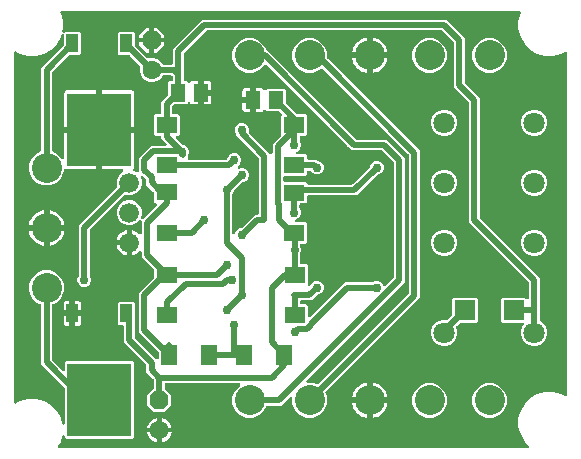
<source format=gbr>
G04 EAGLE Gerber X2 export*
%TF.Part,Single*%
%TF.FileFunction,Copper,L2,Bot,Mixed*%
%TF.FilePolarity,Positive*%
%TF.GenerationSoftware,Autodesk,EAGLE,8.7.0*%
%TF.CreationDate,2018-05-23T13:35:31Z*%
G75*
%MOMM*%
%FSLAX34Y34*%
%LPD*%
%AMOC8*
5,1,8,0,0,1.08239X$1,22.5*%
G01*
%ADD10P,1.732040X8X112.500000*%
%ADD11C,1.600200*%
%ADD12R,1.300000X1.500000*%
%ADD13R,1.800000X1.400000*%
%ADD14C,1.676400*%
%ADD15C,2.540000*%
%ADD16R,1.400000X1.800000*%
%ADD17R,1.800000X1.700000*%
%ADD18C,1.800000*%
%ADD19R,5.400000X6.200000*%
%ADD20R,1.000000X1.600000*%
%ADD21C,0.508000*%
%ADD22C,0.756400*%

G36*
X515066Y86378D02*
X515066Y86378D01*
X515205Y86391D01*
X515224Y86398D01*
X515244Y86401D01*
X515373Y86452D01*
X515504Y86499D01*
X515521Y86510D01*
X515539Y86518D01*
X515652Y86599D01*
X515767Y86677D01*
X515780Y86693D01*
X515797Y86704D01*
X515886Y86812D01*
X515977Y86916D01*
X515987Y86934D01*
X516000Y86949D01*
X516059Y87075D01*
X516122Y87199D01*
X516126Y87219D01*
X516135Y87237D01*
X516161Y87373D01*
X516192Y87509D01*
X516191Y87530D01*
X516195Y87549D01*
X516186Y87688D01*
X516182Y87827D01*
X516176Y87847D01*
X516175Y87867D01*
X516132Y87999D01*
X516094Y88133D01*
X516083Y88150D01*
X516077Y88169D01*
X516002Y88287D01*
X515932Y88407D01*
X515914Y88428D01*
X515907Y88438D01*
X515892Y88452D01*
X515826Y88527D01*
X512466Y91887D01*
X509022Y97852D01*
X507239Y104506D01*
X507239Y111394D01*
X509022Y118048D01*
X512466Y124013D01*
X517337Y128884D01*
X523302Y132328D01*
X529956Y134111D01*
X536844Y134111D01*
X543498Y132328D01*
X546535Y130574D01*
X546658Y130523D01*
X546777Y130466D01*
X546804Y130461D01*
X546829Y130451D01*
X546960Y130431D01*
X547090Y130407D01*
X547116Y130408D01*
X547143Y130404D01*
X547275Y130418D01*
X547407Y130426D01*
X547433Y130435D01*
X547459Y130437D01*
X547584Y130484D01*
X547709Y130524D01*
X547732Y130539D01*
X547758Y130548D01*
X547866Y130624D01*
X547978Y130695D01*
X547997Y130714D01*
X548019Y130730D01*
X548105Y130830D01*
X548196Y130926D01*
X548209Y130950D01*
X548227Y130970D01*
X548286Y131089D01*
X548350Y131205D01*
X548356Y131231D01*
X548368Y131255D01*
X548396Y131385D01*
X548429Y131513D01*
X548431Y131551D01*
X548435Y131566D01*
X548434Y131588D01*
X548439Y131673D01*
X548439Y420777D01*
X548423Y420908D01*
X548412Y421040D01*
X548403Y421066D01*
X548399Y421092D01*
X548351Y421215D01*
X548307Y421340D01*
X548292Y421363D01*
X548282Y421388D01*
X548205Y421495D01*
X548131Y421605D01*
X548111Y421623D01*
X548096Y421645D01*
X547993Y421730D01*
X547895Y421818D01*
X547871Y421831D01*
X547851Y421848D01*
X547731Y421905D01*
X547614Y421966D01*
X547587Y421972D01*
X547563Y421984D01*
X547433Y422008D01*
X547304Y422039D01*
X547277Y422038D01*
X547251Y422043D01*
X547119Y422035D01*
X546986Y422033D01*
X546960Y422025D01*
X546933Y422024D01*
X546807Y421983D01*
X546680Y421947D01*
X546645Y421930D01*
X546631Y421926D01*
X546612Y421914D01*
X546535Y421876D01*
X543498Y420122D01*
X536844Y418339D01*
X529956Y418339D01*
X523302Y420122D01*
X517337Y423566D01*
X512466Y428437D01*
X509022Y434402D01*
X507239Y441056D01*
X507239Y447944D01*
X509039Y454661D01*
X509094Y454777D01*
X509099Y454803D01*
X509109Y454828D01*
X509129Y454960D01*
X509154Y455090D01*
X509152Y455116D01*
X509156Y455143D01*
X509142Y455275D01*
X509134Y455407D01*
X509126Y455432D01*
X509123Y455459D01*
X509077Y455583D01*
X509036Y455709D01*
X509022Y455732D01*
X509012Y455757D01*
X508937Y455866D01*
X508866Y455978D01*
X508846Y455997D01*
X508831Y456019D01*
X508731Y456105D01*
X508634Y456196D01*
X508611Y456209D01*
X508590Y456227D01*
X508472Y456286D01*
X508356Y456350D01*
X508330Y456356D01*
X508306Y456368D01*
X508176Y456396D01*
X508048Y456429D01*
X508010Y456431D01*
X507995Y456435D01*
X507973Y456434D01*
X507887Y456439D01*
X120763Y456439D01*
X120632Y456423D01*
X120499Y456412D01*
X120474Y456403D01*
X120448Y456399D01*
X120324Y456351D01*
X120199Y456307D01*
X120177Y456292D01*
X120152Y456282D01*
X120045Y456205D01*
X119934Y456131D01*
X119916Y456111D01*
X119894Y456096D01*
X119810Y455993D01*
X119721Y455895D01*
X119709Y455871D01*
X119692Y455851D01*
X119635Y455731D01*
X119574Y455613D01*
X119568Y455587D01*
X119556Y455563D01*
X119531Y455433D01*
X119501Y455304D01*
X119501Y455277D01*
X119496Y455251D01*
X119505Y455119D01*
X119507Y454986D01*
X119514Y454960D01*
X119516Y454933D01*
X119557Y454807D01*
X119592Y454679D01*
X119609Y454645D01*
X119614Y454631D01*
X119623Y454617D01*
X121411Y447944D01*
X121411Y441056D01*
X121037Y439661D01*
X121017Y439517D01*
X120994Y439373D01*
X120996Y439360D01*
X120994Y439346D01*
X121011Y439202D01*
X121024Y439056D01*
X121029Y439044D01*
X121030Y439030D01*
X121082Y438895D01*
X121132Y438757D01*
X121139Y438746D01*
X121144Y438733D01*
X121228Y438615D01*
X121310Y438494D01*
X121321Y438485D01*
X121328Y438474D01*
X121440Y438380D01*
X121549Y438283D01*
X121561Y438277D01*
X121571Y438269D01*
X121702Y438205D01*
X121832Y438139D01*
X121845Y438136D01*
X121857Y438130D01*
X122000Y438101D01*
X122142Y438069D01*
X122156Y438070D01*
X122169Y438067D01*
X122314Y438074D01*
X122460Y438079D01*
X122473Y438083D01*
X122487Y438083D01*
X122626Y438127D01*
X122766Y438167D01*
X122777Y438174D01*
X122790Y438178D01*
X122914Y438255D01*
X123040Y438329D01*
X123054Y438341D01*
X123061Y438345D01*
X123072Y438358D01*
X123161Y438435D01*
X123758Y439033D01*
X135442Y439033D01*
X136633Y437842D01*
X136633Y420158D01*
X135442Y418967D01*
X127510Y418967D01*
X127412Y418955D01*
X127313Y418952D01*
X127254Y418935D01*
X127194Y418927D01*
X127102Y418891D01*
X127007Y418863D01*
X126955Y418833D01*
X126899Y418810D01*
X126819Y418752D01*
X126733Y418702D01*
X126658Y418636D01*
X126641Y418624D01*
X126633Y418614D01*
X126612Y418596D01*
X112644Y404628D01*
X112584Y404549D01*
X112516Y404477D01*
X112487Y404424D01*
X112450Y404376D01*
X112410Y404285D01*
X112362Y404199D01*
X112347Y404140D01*
X112323Y404085D01*
X112308Y403987D01*
X112283Y403891D01*
X112277Y403791D01*
X112273Y403770D01*
X112275Y403758D01*
X112273Y403730D01*
X112273Y338540D01*
X112276Y338510D01*
X112274Y338481D01*
X112296Y338353D01*
X112313Y338224D01*
X112323Y338197D01*
X112328Y338168D01*
X112382Y338049D01*
X112430Y337928D01*
X112447Y337904D01*
X112459Y337878D01*
X112540Y337776D01*
X112616Y337671D01*
X112639Y337652D01*
X112658Y337629D01*
X112761Y337551D01*
X112861Y337468D01*
X112888Y337456D01*
X112912Y337438D01*
X113056Y337367D01*
X116045Y336129D01*
X120190Y331984D01*
X120417Y331435D01*
X120452Y331374D01*
X120478Y331309D01*
X120530Y331237D01*
X120575Y331159D01*
X120623Y331109D01*
X120664Y331052D01*
X120734Y330995D01*
X120796Y330930D01*
X120856Y330894D01*
X120909Y330849D01*
X120991Y330811D01*
X121067Y330764D01*
X121134Y330743D01*
X121197Y330714D01*
X121285Y330697D01*
X121371Y330670D01*
X121441Y330667D01*
X121510Y330654D01*
X121599Y330660D01*
X121689Y330655D01*
X121757Y330669D01*
X121827Y330674D01*
X121912Y330701D01*
X122000Y330720D01*
X122063Y330750D01*
X122129Y330772D01*
X122205Y330820D01*
X122286Y330859D01*
X122339Y330905D01*
X122398Y330942D01*
X122460Y331007D01*
X122528Y331066D01*
X122568Y331123D01*
X122616Y331174D01*
X122659Y331252D01*
X122711Y331326D01*
X122736Y331391D01*
X122770Y331452D01*
X122792Y331539D01*
X122824Y331623D01*
X122832Y331692D01*
X122849Y331760D01*
X122859Y331921D01*
X122859Y353461D01*
X149861Y353461D01*
X149861Y322459D01*
X125066Y322459D01*
X124419Y322632D01*
X124337Y322680D01*
X124215Y322732D01*
X124095Y322788D01*
X124068Y322793D01*
X124044Y322803D01*
X123912Y322823D01*
X123782Y322848D01*
X123756Y322846D01*
X123729Y322850D01*
X123597Y322836D01*
X123465Y322828D01*
X123439Y322820D01*
X123413Y322817D01*
X123288Y322771D01*
X123163Y322730D01*
X123140Y322715D01*
X123114Y322706D01*
X123006Y322631D01*
X122894Y322560D01*
X122875Y322540D01*
X122853Y322525D01*
X122767Y322425D01*
X122676Y322328D01*
X122663Y322304D01*
X122645Y322284D01*
X122586Y322166D01*
X122522Y322050D01*
X122516Y322024D01*
X122504Y321999D01*
X122476Y321870D01*
X122443Y321742D01*
X122441Y321703D01*
X122437Y321688D01*
X122438Y321667D01*
X122433Y321581D01*
X122433Y320708D01*
X120190Y315294D01*
X116045Y311149D01*
X110631Y308906D01*
X104769Y308906D01*
X99355Y311149D01*
X95210Y315294D01*
X92967Y320708D01*
X92967Y326570D01*
X95210Y331984D01*
X99355Y336129D01*
X102344Y337367D01*
X102369Y337382D01*
X102397Y337391D01*
X102507Y337460D01*
X102620Y337524D01*
X102641Y337545D01*
X102666Y337561D01*
X102755Y337655D01*
X102848Y337746D01*
X102864Y337771D01*
X102884Y337792D01*
X102947Y337906D01*
X103015Y338017D01*
X103023Y338045D01*
X103038Y338071D01*
X103070Y338197D01*
X103108Y338321D01*
X103110Y338350D01*
X103117Y338379D01*
X103127Y338540D01*
X103127Y408044D01*
X122196Y427112D01*
X122256Y427191D01*
X122324Y427263D01*
X122353Y427316D01*
X122390Y427364D01*
X122430Y427455D01*
X122478Y427541D01*
X122493Y427600D01*
X122517Y427655D01*
X122532Y427753D01*
X122557Y427849D01*
X122563Y427949D01*
X122567Y427970D01*
X122565Y427982D01*
X122567Y428010D01*
X122567Y435731D01*
X122548Y435881D01*
X122531Y436034D01*
X122528Y436040D01*
X122527Y436047D01*
X122472Y436188D01*
X122417Y436331D01*
X122413Y436336D01*
X122410Y436343D01*
X122321Y436465D01*
X122233Y436590D01*
X122227Y436594D01*
X122224Y436600D01*
X122107Y436697D01*
X121990Y436795D01*
X121984Y436798D01*
X121979Y436803D01*
X121841Y436867D01*
X121704Y436934D01*
X121697Y436935D01*
X121691Y436938D01*
X121542Y436967D01*
X121392Y436997D01*
X121385Y436997D01*
X121379Y436998D01*
X121227Y436989D01*
X121074Y436981D01*
X121068Y436979D01*
X121061Y436978D01*
X120916Y436931D01*
X120771Y436886D01*
X120765Y436882D01*
X120759Y436880D01*
X120629Y436798D01*
X120500Y436719D01*
X120496Y436714D01*
X120490Y436710D01*
X120385Y436598D01*
X120280Y436489D01*
X120277Y436483D01*
X120272Y436478D01*
X120199Y436345D01*
X120123Y436212D01*
X120121Y436204D01*
X120118Y436200D01*
X120116Y436190D01*
X120072Y436060D01*
X119628Y434402D01*
X116184Y428437D01*
X111313Y423566D01*
X105348Y420122D01*
X98694Y418339D01*
X91806Y418339D01*
X85152Y420122D01*
X81915Y421991D01*
X81792Y422043D01*
X81673Y422099D01*
X81646Y422104D01*
X81621Y422115D01*
X81490Y422134D01*
X81360Y422159D01*
X81334Y422157D01*
X81307Y422161D01*
X81175Y422147D01*
X81043Y422139D01*
X81017Y422131D01*
X80991Y422128D01*
X80866Y422082D01*
X80741Y422041D01*
X80718Y422027D01*
X80692Y422017D01*
X80584Y421942D01*
X80472Y421871D01*
X80453Y421851D01*
X80431Y421836D01*
X80345Y421736D01*
X80254Y421639D01*
X80241Y421616D01*
X80223Y421595D01*
X80164Y421477D01*
X80100Y421361D01*
X80094Y421335D01*
X80082Y421311D01*
X80054Y421181D01*
X80021Y421053D01*
X80019Y421015D01*
X80015Y420999D01*
X80016Y420978D01*
X80011Y420892D01*
X80011Y125208D01*
X80027Y125077D01*
X80038Y124945D01*
X80047Y124919D01*
X80051Y124892D01*
X80099Y124769D01*
X80143Y124644D01*
X80158Y124622D01*
X80168Y124597D01*
X80245Y124490D01*
X80319Y124379D01*
X80339Y124361D01*
X80354Y124339D01*
X80457Y124255D01*
X80555Y124166D01*
X80579Y124154D01*
X80599Y124136D01*
X80719Y124080D01*
X80836Y124019D01*
X80863Y124012D01*
X80887Y124001D01*
X81017Y123976D01*
X81146Y123946D01*
X81173Y123946D01*
X81199Y123941D01*
X81331Y123949D01*
X81464Y123952D01*
X81490Y123959D01*
X81517Y123961D01*
X81643Y124002D01*
X81770Y124037D01*
X81805Y124054D01*
X81819Y124059D01*
X81838Y124071D01*
X81915Y124109D01*
X85152Y125978D01*
X91806Y127761D01*
X98694Y127761D01*
X105348Y125978D01*
X111313Y122534D01*
X116184Y117663D01*
X119628Y111698D01*
X120872Y107055D01*
X120930Y106914D01*
X120986Y106772D01*
X120990Y106766D01*
X120992Y106760D01*
X121084Y106636D01*
X121172Y106515D01*
X121178Y106510D01*
X121182Y106505D01*
X121300Y106409D01*
X121417Y106312D01*
X121424Y106309D01*
X121429Y106305D01*
X121567Y106241D01*
X121705Y106176D01*
X121712Y106175D01*
X121718Y106172D01*
X121868Y106145D01*
X122018Y106116D01*
X122024Y106117D01*
X122031Y106116D01*
X122184Y106127D01*
X122335Y106136D01*
X122341Y106138D01*
X122348Y106139D01*
X122493Y106187D01*
X122637Y106234D01*
X122643Y106238D01*
X122650Y106240D01*
X122777Y106323D01*
X122906Y106404D01*
X122911Y106409D01*
X122916Y106413D01*
X123020Y106526D01*
X123124Y106636D01*
X123127Y106642D01*
X123132Y106647D01*
X123205Y106782D01*
X123278Y106914D01*
X123279Y106921D01*
X123282Y106927D01*
X123319Y107075D01*
X123357Y107222D01*
X123358Y107231D01*
X123359Y107236D01*
X123359Y107246D01*
X123367Y107383D01*
X123367Y136340D01*
X123355Y136438D01*
X123352Y136537D01*
X123335Y136596D01*
X123327Y136656D01*
X123291Y136748D01*
X123263Y136843D01*
X123233Y136895D01*
X123210Y136951D01*
X123152Y137031D01*
X123102Y137117D01*
X123036Y137192D01*
X123024Y137209D01*
X123014Y137217D01*
X122996Y137238D01*
X106178Y154056D01*
X103127Y157106D01*
X103127Y207138D01*
X103124Y207168D01*
X103126Y207197D01*
X103104Y207325D01*
X103087Y207454D01*
X103077Y207481D01*
X103072Y207510D01*
X103018Y207629D01*
X102970Y207750D01*
X102953Y207774D01*
X102941Y207800D01*
X102860Y207902D01*
X102784Y208007D01*
X102761Y208026D01*
X102742Y208049D01*
X102639Y208127D01*
X102539Y208210D01*
X102512Y208222D01*
X102488Y208240D01*
X102344Y208311D01*
X99355Y209549D01*
X95210Y213694D01*
X92967Y219108D01*
X92967Y224970D01*
X95210Y230384D01*
X99355Y234529D01*
X104769Y236772D01*
X110631Y236772D01*
X116045Y234529D01*
X120190Y230384D01*
X122433Y224970D01*
X122433Y219108D01*
X120190Y213694D01*
X116045Y209549D01*
X113056Y208311D01*
X113031Y208296D01*
X113003Y208287D01*
X112893Y208218D01*
X112780Y208154D01*
X112759Y208133D01*
X112734Y208117D01*
X112645Y208023D01*
X112552Y207932D01*
X112536Y207907D01*
X112516Y207886D01*
X112453Y207772D01*
X112385Y207661D01*
X112377Y207633D01*
X112362Y207607D01*
X112330Y207481D01*
X112292Y207357D01*
X112290Y207328D01*
X112283Y207299D01*
X112273Y207138D01*
X112273Y161420D01*
X112285Y161322D01*
X112288Y161223D01*
X112305Y161164D01*
X112313Y161104D01*
X112349Y161012D01*
X112377Y160917D01*
X112407Y160865D01*
X112430Y160809D01*
X112488Y160729D01*
X112538Y160643D01*
X112604Y160568D01*
X112616Y160551D01*
X112626Y160543D01*
X112644Y160522D01*
X121201Y151966D01*
X121310Y151881D01*
X121417Y151792D01*
X121436Y151784D01*
X121452Y151771D01*
X121580Y151716D01*
X121705Y151657D01*
X121725Y151653D01*
X121744Y151645D01*
X121882Y151623D01*
X122018Y151597D01*
X122038Y151598D01*
X122058Y151595D01*
X122197Y151608D01*
X122335Y151617D01*
X122354Y151623D01*
X122374Y151625D01*
X122506Y151672D01*
X122637Y151715D01*
X122655Y151726D01*
X122674Y151733D01*
X122789Y151811D01*
X122906Y151885D01*
X122920Y151900D01*
X122937Y151911D01*
X123029Y152015D01*
X123124Y152117D01*
X123134Y152134D01*
X123147Y152150D01*
X123211Y152273D01*
X123278Y152395D01*
X123283Y152415D01*
X123292Y152433D01*
X123322Y152569D01*
X123357Y152703D01*
X123359Y152731D01*
X123362Y152743D01*
X123361Y152764D01*
X123367Y152864D01*
X123367Y159242D01*
X124558Y160433D01*
X180242Y160433D01*
X181433Y159242D01*
X181433Y95558D01*
X180242Y94367D01*
X124558Y94367D01*
X123367Y95558D01*
X123367Y95817D01*
X123348Y95967D01*
X123331Y96119D01*
X123328Y96126D01*
X123327Y96132D01*
X123272Y96272D01*
X123217Y96416D01*
X123213Y96422D01*
X123210Y96428D01*
X123121Y96551D01*
X123033Y96676D01*
X123028Y96680D01*
X123024Y96685D01*
X122906Y96783D01*
X122790Y96881D01*
X122784Y96884D01*
X122779Y96888D01*
X122641Y96953D01*
X122504Y97020D01*
X122497Y97021D01*
X122491Y97024D01*
X122342Y97052D01*
X122192Y97083D01*
X122185Y97082D01*
X122179Y97084D01*
X122027Y97074D01*
X121874Y97066D01*
X121868Y97064D01*
X121861Y97064D01*
X121717Y97017D01*
X121571Y96971D01*
X121565Y96968D01*
X121559Y96966D01*
X121431Y96885D01*
X121300Y96804D01*
X121296Y96799D01*
X121290Y96796D01*
X121185Y96684D01*
X121080Y96575D01*
X121077Y96569D01*
X121072Y96564D01*
X120999Y96431D01*
X120923Y96298D01*
X120921Y96289D01*
X120918Y96286D01*
X120916Y96275D01*
X120872Y96145D01*
X119628Y91502D01*
X117759Y88265D01*
X117707Y88142D01*
X117651Y88023D01*
X117646Y87996D01*
X117635Y87971D01*
X117616Y87840D01*
X117591Y87710D01*
X117593Y87684D01*
X117589Y87657D01*
X117603Y87525D01*
X117611Y87393D01*
X117619Y87367D01*
X117622Y87341D01*
X117668Y87216D01*
X117709Y87091D01*
X117723Y87068D01*
X117733Y87042D01*
X117808Y86934D01*
X117879Y86822D01*
X117899Y86803D01*
X117914Y86781D01*
X118014Y86695D01*
X118111Y86604D01*
X118134Y86591D01*
X118155Y86573D01*
X118273Y86514D01*
X118389Y86450D01*
X118415Y86444D01*
X118439Y86432D01*
X118569Y86404D01*
X118697Y86371D01*
X118735Y86369D01*
X118751Y86365D01*
X118772Y86366D01*
X118858Y86361D01*
X514928Y86361D01*
X515066Y86378D01*
G37*
%LPC*%
G36*
X276680Y112017D02*
X276680Y112017D01*
X271266Y114260D01*
X267121Y118405D01*
X264878Y123819D01*
X264878Y129681D01*
X267121Y135095D01*
X271336Y139311D01*
X271422Y139420D01*
X271510Y139527D01*
X271519Y139546D01*
X271531Y139562D01*
X271587Y139690D01*
X271646Y139815D01*
X271650Y139835D01*
X271658Y139854D01*
X271680Y139992D01*
X271706Y140128D01*
X271704Y140148D01*
X271707Y140168D01*
X271694Y140307D01*
X271686Y140445D01*
X271680Y140464D01*
X271678Y140484D01*
X271630Y140616D01*
X271588Y140747D01*
X271577Y140765D01*
X271570Y140784D01*
X271492Y140899D01*
X271418Y141016D01*
X271403Y141030D01*
X271391Y141047D01*
X271287Y141139D01*
X271186Y141234D01*
X271168Y141244D01*
X271153Y141257D01*
X271029Y141321D01*
X270907Y141388D01*
X270888Y141393D01*
X270870Y141402D01*
X270734Y141432D01*
X270600Y141467D01*
X270571Y141469D01*
X270559Y141472D01*
X270539Y141471D01*
X270439Y141477D01*
X209042Y141477D01*
X208924Y141462D01*
X208805Y141455D01*
X208767Y141442D01*
X208726Y141437D01*
X208616Y141394D01*
X208503Y141357D01*
X208468Y141335D01*
X208431Y141320D01*
X208335Y141251D01*
X208234Y141187D01*
X208206Y141157D01*
X208173Y141134D01*
X208097Y141042D01*
X208016Y140955D01*
X207996Y140920D01*
X207971Y140889D01*
X207920Y140781D01*
X207862Y140677D01*
X207852Y140637D01*
X207835Y140601D01*
X207813Y140484D01*
X207783Y140369D01*
X207779Y140309D01*
X207775Y140289D01*
X207777Y140268D01*
X207773Y140208D01*
X207773Y137143D01*
X207785Y137045D01*
X207788Y136946D01*
X207805Y136887D01*
X207813Y136827D01*
X207849Y136735D01*
X207877Y136640D01*
X207905Y136592D01*
X207905Y136591D01*
X207907Y136588D01*
X207930Y136532D01*
X207988Y136451D01*
X208038Y136366D01*
X208073Y136327D01*
X208075Y136323D01*
X208082Y136317D01*
X208104Y136291D01*
X208116Y136274D01*
X208126Y136266D01*
X208144Y136245D01*
X213234Y131156D01*
X213234Y122844D01*
X207356Y116966D01*
X199044Y116966D01*
X193166Y122844D01*
X193166Y131156D01*
X198256Y136245D01*
X198316Y136324D01*
X198384Y136396D01*
X198408Y136439D01*
X198417Y136450D01*
X198422Y136460D01*
X198450Y136497D01*
X198490Y136588D01*
X198538Y136674D01*
X198553Y136733D01*
X198577Y136788D01*
X198592Y136886D01*
X198617Y136982D01*
X198623Y137082D01*
X198627Y137103D01*
X198625Y137115D01*
X198627Y137143D01*
X198627Y143630D01*
X198615Y143728D01*
X198612Y143827D01*
X198595Y143886D01*
X198587Y143946D01*
X198551Y144038D01*
X198523Y144133D01*
X198493Y144185D01*
X198470Y144241D01*
X198412Y144321D01*
X198362Y144407D01*
X198296Y144482D01*
X198284Y144499D01*
X198274Y144507D01*
X198256Y144528D01*
X192277Y150506D01*
X192277Y156330D01*
X192265Y156428D01*
X192262Y156527D01*
X192245Y156586D01*
X192237Y156646D01*
X192201Y156738D01*
X192173Y156833D01*
X192143Y156885D01*
X192120Y156941D01*
X192062Y157021D01*
X192012Y157107D01*
X191946Y157182D01*
X191934Y157199D01*
X191924Y157207D01*
X191906Y157228D01*
X173227Y175906D01*
X173227Y189098D01*
X173212Y189216D01*
X173205Y189335D01*
X173192Y189373D01*
X173187Y189414D01*
X173144Y189524D01*
X173107Y189637D01*
X173085Y189672D01*
X173070Y189709D01*
X173001Y189805D01*
X172937Y189906D01*
X172907Y189934D01*
X172884Y189967D01*
X172792Y190043D01*
X172705Y190124D01*
X172670Y190144D01*
X172639Y190169D01*
X172531Y190220D01*
X172427Y190278D01*
X172387Y190288D01*
X172351Y190305D01*
X172234Y190327D01*
X172119Y190357D01*
X172059Y190361D01*
X172039Y190365D01*
X172018Y190363D01*
X171958Y190367D01*
X169358Y190367D01*
X168167Y191558D01*
X168167Y209242D01*
X169358Y210433D01*
X181042Y210433D01*
X182233Y209242D01*
X182233Y200360D01*
X182245Y200262D01*
X182248Y200162D01*
X182265Y200104D01*
X182273Y200044D01*
X182309Y199952D01*
X182337Y199857D01*
X182367Y199805D01*
X182373Y199791D01*
X182373Y180220D01*
X182385Y180122D01*
X182388Y180023D01*
X182405Y179964D01*
X182413Y179904D01*
X182449Y179812D01*
X182477Y179717D01*
X182507Y179665D01*
X182530Y179609D01*
X182588Y179529D01*
X182638Y179443D01*
X182704Y179368D01*
X182716Y179351D01*
X182726Y179343D01*
X182744Y179322D01*
X200401Y161666D01*
X200510Y161581D01*
X200617Y161492D01*
X200636Y161484D01*
X200652Y161471D01*
X200780Y161416D01*
X200905Y161357D01*
X200925Y161353D01*
X200944Y161345D01*
X201082Y161323D01*
X201218Y161297D01*
X201238Y161298D01*
X201258Y161295D01*
X201397Y161308D01*
X201535Y161317D01*
X201554Y161323D01*
X201574Y161325D01*
X201706Y161372D01*
X201837Y161415D01*
X201855Y161426D01*
X201874Y161433D01*
X201989Y161511D01*
X202106Y161585D01*
X202120Y161600D01*
X202137Y161611D01*
X202229Y161715D01*
X202324Y161817D01*
X202334Y161834D01*
X202347Y161850D01*
X202411Y161973D01*
X202478Y162095D01*
X202483Y162115D01*
X202492Y162133D01*
X202522Y162269D01*
X202557Y162403D01*
X202559Y162431D01*
X202562Y162443D01*
X202561Y162464D01*
X202567Y162564D01*
X202567Y167140D01*
X202555Y167238D01*
X202552Y167337D01*
X202535Y167396D01*
X202527Y167456D01*
X202491Y167548D01*
X202463Y167643D01*
X202433Y167695D01*
X202410Y167751D01*
X202352Y167831D01*
X202302Y167917D01*
X202236Y167992D01*
X202224Y168009D01*
X202214Y168017D01*
X202196Y168038D01*
X185927Y184306D01*
X185927Y217794D01*
X198349Y230216D01*
X198409Y230294D01*
X198477Y230366D01*
X198506Y230419D01*
X198544Y230467D01*
X198583Y230558D01*
X198631Y230644D01*
X198646Y230703D01*
X198670Y230759D01*
X198686Y230857D01*
X198710Y230952D01*
X198717Y231052D01*
X198720Y231073D01*
X198719Y231085D01*
X198720Y231113D01*
X198720Y236737D01*
X198708Y236835D01*
X198705Y236934D01*
X198688Y236992D01*
X198681Y237053D01*
X198644Y237145D01*
X198617Y237240D01*
X198586Y237292D01*
X198564Y237348D01*
X198505Y237428D01*
X198455Y237514D01*
X198389Y237589D01*
X198377Y237606D01*
X198367Y237613D01*
X198349Y237634D01*
X188220Y247763D01*
X188220Y252259D01*
X188203Y252397D01*
X188190Y252535D01*
X188183Y252554D01*
X188180Y252574D01*
X188129Y252703D01*
X188082Y252834D01*
X188071Y252851D01*
X188063Y252870D01*
X187982Y252982D01*
X187903Y253098D01*
X187888Y253111D01*
X187876Y253127D01*
X187769Y253216D01*
X187665Y253308D01*
X187647Y253317D01*
X187631Y253330D01*
X187506Y253389D01*
X187382Y253453D01*
X187362Y253457D01*
X187344Y253466D01*
X187207Y253492D01*
X187071Y253522D01*
X187051Y253522D01*
X187031Y253526D01*
X186893Y253517D01*
X186754Y253513D01*
X186734Y253507D01*
X186714Y253506D01*
X186582Y253463D01*
X186448Y253424D01*
X186431Y253414D01*
X186411Y253408D01*
X186294Y253333D01*
X186174Y253263D01*
X186153Y253244D01*
X186143Y253238D01*
X186129Y253223D01*
X186053Y253156D01*
X184916Y252019D01*
X183525Y251008D01*
X181993Y250227D01*
X180358Y249696D01*
X179831Y249613D01*
X179831Y259588D01*
X179816Y259706D01*
X179809Y259825D01*
X179796Y259863D01*
X179791Y259903D01*
X179748Y260014D01*
X179711Y260127D01*
X179689Y260161D01*
X179674Y260199D01*
X179605Y260295D01*
X179571Y260347D01*
X179588Y260365D01*
X179608Y260400D01*
X179633Y260432D01*
X179684Y260539D01*
X179742Y260644D01*
X179752Y260683D01*
X179769Y260719D01*
X179791Y260836D01*
X179821Y260952D01*
X179825Y261012D01*
X179829Y261032D01*
X179827Y261052D01*
X179831Y261112D01*
X179831Y271087D01*
X180358Y271004D01*
X181993Y270473D01*
X183525Y269692D01*
X184916Y268681D01*
X186053Y267544D01*
X186163Y267459D01*
X186270Y267370D01*
X186289Y267361D01*
X186305Y267349D01*
X186432Y267294D01*
X186558Y267234D01*
X186578Y267230D01*
X186596Y267222D01*
X186734Y267200D01*
X186870Y267174D01*
X186890Y267176D01*
X186911Y267173D01*
X187050Y267186D01*
X187188Y267194D01*
X187207Y267200D01*
X187227Y267202D01*
X187358Y267250D01*
X187490Y267292D01*
X187507Y267303D01*
X187526Y267310D01*
X187641Y267388D01*
X187759Y267462D01*
X187773Y267477D01*
X187790Y267489D01*
X187881Y267593D01*
X187977Y267694D01*
X187987Y267712D01*
X188000Y267727D01*
X188063Y267851D01*
X188130Y267973D01*
X188135Y267992D01*
X188145Y268010D01*
X188175Y268146D01*
X188210Y268280D01*
X188212Y268309D01*
X188214Y268321D01*
X188214Y268341D01*
X188220Y268441D01*
X188220Y278377D01*
X188203Y278515D01*
X188190Y278654D01*
X188183Y278673D01*
X188180Y278693D01*
X188129Y278822D01*
X188082Y278953D01*
X188071Y278970D01*
X188063Y278988D01*
X187982Y279101D01*
X187903Y279216D01*
X187888Y279229D01*
X187876Y279246D01*
X187769Y279335D01*
X187665Y279426D01*
X187647Y279436D01*
X187631Y279449D01*
X187506Y279508D01*
X187382Y279571D01*
X187362Y279576D01*
X187344Y279584D01*
X187207Y279610D01*
X187072Y279641D01*
X187051Y279640D01*
X187031Y279644D01*
X186893Y279635D01*
X186754Y279631D01*
X186734Y279625D01*
X186714Y279624D01*
X186582Y279581D01*
X186448Y279543D01*
X186431Y279532D01*
X186411Y279526D01*
X186294Y279452D01*
X186174Y279381D01*
X186153Y279363D01*
X186143Y279356D01*
X186129Y279341D01*
X186053Y279275D01*
X183699Y276921D01*
X179872Y275335D01*
X175728Y275335D01*
X171901Y276921D01*
X168971Y279851D01*
X167385Y283678D01*
X167385Y287822D01*
X168971Y291649D01*
X171901Y294579D01*
X175728Y296165D01*
X179872Y296165D01*
X183699Y294579D01*
X186629Y291649D01*
X188215Y287822D01*
X188215Y283678D01*
X187346Y281580D01*
X187327Y281513D01*
X187299Y281449D01*
X187285Y281360D01*
X187262Y281273D01*
X187260Y281204D01*
X187250Y281135D01*
X187258Y281045D01*
X187257Y280955D01*
X187273Y280887D01*
X187279Y280818D01*
X187310Y280733D01*
X187331Y280646D01*
X187363Y280584D01*
X187387Y280519D01*
X187437Y280444D01*
X187479Y280365D01*
X187526Y280313D01*
X187566Y280255D01*
X187633Y280196D01*
X187693Y280130D01*
X187752Y280091D01*
X187804Y280045D01*
X187884Y280004D01*
X187959Y279955D01*
X188025Y279932D01*
X188087Y279900D01*
X188175Y279881D01*
X188260Y279852D01*
X188330Y279846D01*
X188398Y279831D01*
X188487Y279833D01*
X188577Y279826D01*
X188646Y279838D01*
X188715Y279840D01*
X188802Y279865D01*
X188890Y279881D01*
X188954Y279909D01*
X189021Y279929D01*
X189098Y279974D01*
X189180Y280011D01*
X189235Y280055D01*
X189295Y280090D01*
X189416Y280197D01*
X191271Y282052D01*
X200769Y291551D01*
X200855Y291660D01*
X200943Y291767D01*
X200952Y291786D01*
X200964Y291802D01*
X201020Y291930D01*
X201079Y292055D01*
X201083Y292075D01*
X201091Y292094D01*
X201113Y292232D01*
X201139Y292368D01*
X201137Y292388D01*
X201141Y292408D01*
X201127Y292547D01*
X201119Y292685D01*
X201113Y292704D01*
X201111Y292724D01*
X201064Y292856D01*
X201021Y292987D01*
X201010Y293005D01*
X201003Y293024D01*
X200925Y293139D01*
X200851Y293256D01*
X200836Y293270D01*
X200825Y293287D01*
X200720Y293379D01*
X200619Y293474D01*
X200601Y293484D01*
X200586Y293497D01*
X200462Y293561D01*
X200341Y293628D01*
X200321Y293633D01*
X200303Y293642D01*
X200167Y293672D01*
X200033Y293707D01*
X200005Y293709D01*
X199993Y293712D01*
X199972Y293711D01*
X199872Y293717D01*
X199708Y293717D01*
X198517Y294908D01*
X198517Y302490D01*
X198505Y302588D01*
X198502Y302687D01*
X198485Y302746D01*
X198477Y302806D01*
X198441Y302898D01*
X198413Y302993D01*
X198383Y303045D01*
X198360Y303101D01*
X198302Y303182D01*
X198252Y303267D01*
X198186Y303342D01*
X198174Y303359D01*
X198164Y303367D01*
X198146Y303388D01*
X192023Y309510D01*
X192023Y313570D01*
X192011Y313668D01*
X192008Y313767D01*
X192001Y313790D01*
X192001Y313793D01*
X191994Y313814D01*
X191991Y313825D01*
X191983Y313885D01*
X191947Y313977D01*
X191919Y314073D01*
X191889Y314125D01*
X191866Y314181D01*
X191808Y314261D01*
X191758Y314347D01*
X191692Y314422D01*
X191680Y314438D01*
X191670Y314446D01*
X191652Y314467D01*
X189416Y316703D01*
X189360Y316746D01*
X189312Y316796D01*
X189235Y316843D01*
X189164Y316898D01*
X189100Y316926D01*
X189041Y316962D01*
X188955Y316989D01*
X188873Y317025D01*
X188804Y317035D01*
X188737Y317056D01*
X188647Y317060D01*
X188558Y317074D01*
X188489Y317068D01*
X188419Y317071D01*
X188331Y317053D01*
X188242Y317045D01*
X188176Y317021D01*
X188108Y317007D01*
X188027Y316967D01*
X187943Y316937D01*
X187885Y316898D01*
X187822Y316867D01*
X187754Y316809D01*
X187679Y316758D01*
X187633Y316706D01*
X187580Y316661D01*
X187528Y316587D01*
X187469Y316520D01*
X187437Y316458D01*
X187397Y316401D01*
X187365Y316317D01*
X187324Y316237D01*
X187309Y316169D01*
X187284Y316103D01*
X187274Y316014D01*
X187255Y315926D01*
X187257Y315857D01*
X187249Y315787D01*
X187262Y315698D01*
X187264Y315609D01*
X187284Y315541D01*
X187293Y315472D01*
X187346Y315320D01*
X188215Y313222D01*
X188215Y309078D01*
X186629Y305251D01*
X183699Y302321D01*
X179872Y300735D01*
X175728Y300735D01*
X175185Y300960D01*
X175157Y300968D01*
X175130Y300981D01*
X175004Y301010D01*
X174878Y301044D01*
X174849Y301045D01*
X174820Y301051D01*
X174690Y301047D01*
X174560Y301049D01*
X174532Y301042D01*
X174502Y301041D01*
X174378Y301005D01*
X174251Y300975D01*
X174225Y300961D01*
X174197Y300953D01*
X174085Y300887D01*
X173970Y300826D01*
X173948Y300807D01*
X173923Y300792D01*
X173802Y300685D01*
X144644Y271528D01*
X144584Y271449D01*
X144516Y271377D01*
X144487Y271324D01*
X144450Y271276D01*
X144410Y271185D01*
X144362Y271099D01*
X144347Y271040D01*
X144323Y270985D01*
X144308Y270887D01*
X144283Y270791D01*
X144277Y270691D01*
X144273Y270670D01*
X144275Y270658D01*
X144273Y270630D01*
X144273Y232776D01*
X144285Y232678D01*
X144288Y232579D01*
X144305Y232521D01*
X144313Y232461D01*
X144349Y232369D01*
X144377Y232274D01*
X144407Y232221D01*
X144430Y232165D01*
X144488Y232085D01*
X144538Y232000D01*
X144604Y231924D01*
X144616Y231908D01*
X144626Y231900D01*
X144628Y231898D01*
X145515Y229757D01*
X145515Y227443D01*
X144630Y225306D01*
X142994Y223670D01*
X140857Y222785D01*
X138543Y222785D01*
X136406Y223670D01*
X134770Y225306D01*
X133885Y227443D01*
X133885Y229757D01*
X134774Y231903D01*
X134816Y231957D01*
X134884Y232029D01*
X134913Y232082D01*
X134950Y232130D01*
X134990Y232221D01*
X135038Y232308D01*
X135053Y232366D01*
X135077Y232422D01*
X135092Y232520D01*
X135117Y232616D01*
X135123Y232716D01*
X135127Y232736D01*
X135125Y232748D01*
X135127Y232776D01*
X135127Y274944D01*
X167335Y307152D01*
X167353Y307175D01*
X167376Y307194D01*
X167450Y307300D01*
X167530Y307403D01*
X167542Y307430D01*
X167559Y307454D01*
X167605Y307576D01*
X167656Y307695D01*
X167661Y307724D01*
X167672Y307752D01*
X167686Y307881D01*
X167706Y308009D01*
X167703Y308039D01*
X167707Y308068D01*
X167689Y308196D01*
X167676Y308326D01*
X167666Y308354D01*
X167662Y308383D01*
X167610Y308535D01*
X167385Y309078D01*
X167385Y313222D01*
X168971Y317049D01*
X171901Y319979D01*
X171993Y320017D01*
X172049Y320049D01*
X172075Y320060D01*
X172077Y320061D01*
X172118Y320078D01*
X172191Y320130D01*
X172269Y320175D01*
X172319Y320223D01*
X172376Y320264D01*
X172433Y320334D01*
X172497Y320396D01*
X172534Y320456D01*
X172578Y320509D01*
X172617Y320591D01*
X172664Y320667D01*
X172684Y320734D01*
X172714Y320797D01*
X172731Y320885D01*
X172757Y320971D01*
X172761Y321041D01*
X172774Y321110D01*
X172768Y321199D01*
X172772Y321289D01*
X172758Y321357D01*
X172754Y321427D01*
X172726Y321512D01*
X172708Y321600D01*
X172678Y321663D01*
X172656Y321729D01*
X172608Y321805D01*
X172568Y321886D01*
X172523Y321939D01*
X172486Y321998D01*
X172420Y322060D01*
X172362Y322128D01*
X172305Y322168D01*
X172254Y322216D01*
X172176Y322259D01*
X172102Y322311D01*
X172037Y322336D01*
X171976Y322370D01*
X171889Y322392D01*
X171805Y322424D01*
X171735Y322432D01*
X171668Y322449D01*
X171507Y322459D01*
X154939Y322459D01*
X154939Y353461D01*
X181941Y353461D01*
X181941Y324666D01*
X181768Y324019D01*
X181433Y323440D01*
X180993Y323000D01*
X180962Y322961D01*
X180926Y322927D01*
X180865Y322835D01*
X180798Y322749D01*
X180778Y322703D01*
X180751Y322661D01*
X180715Y322558D01*
X180672Y322457D01*
X180664Y322408D01*
X180648Y322361D01*
X180639Y322251D01*
X180622Y322143D01*
X180626Y322093D01*
X180623Y322044D01*
X180641Y321935D01*
X180652Y321826D01*
X180668Y321779D01*
X180677Y321730D01*
X180722Y321630D01*
X180759Y321527D01*
X180787Y321486D01*
X180808Y321440D01*
X180876Y321354D01*
X180938Y321264D01*
X180975Y321231D01*
X181006Y321192D01*
X181094Y321126D01*
X181176Y321053D01*
X181220Y321031D01*
X181260Y321001D01*
X181405Y320930D01*
X183699Y319979D01*
X183760Y319918D01*
X183870Y319833D01*
X183977Y319744D01*
X183996Y319736D01*
X184012Y319723D01*
X184139Y319668D01*
X184265Y319609D01*
X184285Y319605D01*
X184304Y319597D01*
X184441Y319575D01*
X184578Y319549D01*
X184598Y319550D01*
X184618Y319547D01*
X184756Y319560D01*
X184895Y319569D01*
X184914Y319575D01*
X184934Y319577D01*
X185065Y319624D01*
X185197Y319667D01*
X185215Y319678D01*
X185234Y319684D01*
X185349Y319762D01*
X185466Y319837D01*
X185480Y319852D01*
X185497Y319863D01*
X185589Y319967D01*
X185684Y320068D01*
X185694Y320086D01*
X185707Y320101D01*
X185770Y320225D01*
X185838Y320347D01*
X185843Y320367D01*
X185852Y320385D01*
X185882Y320520D01*
X185917Y320655D01*
X185919Y320683D01*
X185922Y320695D01*
X185921Y320715D01*
X185927Y320816D01*
X185927Y332094D01*
X195878Y342045D01*
X208096Y342045D01*
X208234Y342062D01*
X208373Y342075D01*
X208392Y342082D01*
X208412Y342085D01*
X208541Y342136D01*
X208672Y342183D01*
X208689Y342194D01*
X208708Y342202D01*
X208820Y342283D01*
X208935Y342361D01*
X208949Y342377D01*
X208965Y342388D01*
X209054Y342496D01*
X209146Y342600D01*
X209155Y342618D01*
X209168Y342633D01*
X209227Y342759D01*
X209290Y342883D01*
X209295Y342903D01*
X209303Y342921D01*
X209329Y343057D01*
X209360Y343193D01*
X209359Y343214D01*
X209363Y343233D01*
X209355Y343372D01*
X209350Y343511D01*
X209345Y343531D01*
X209343Y343551D01*
X209301Y343683D01*
X209262Y343817D01*
X209252Y343834D01*
X209245Y343853D01*
X209171Y343971D01*
X209100Y344091D01*
X209082Y344112D01*
X209075Y344122D01*
X209060Y344136D01*
X208994Y344211D01*
X208028Y345178D01*
X204977Y348228D01*
X204977Y349598D01*
X204962Y349716D01*
X204955Y349835D01*
X204942Y349873D01*
X204937Y349914D01*
X204894Y350024D01*
X204857Y350137D01*
X204835Y350172D01*
X204820Y350209D01*
X204751Y350305D01*
X204687Y350406D01*
X204657Y350434D01*
X204634Y350467D01*
X204542Y350543D01*
X204455Y350624D01*
X204420Y350644D01*
X204389Y350669D01*
X204281Y350720D01*
X204177Y350778D01*
X204137Y350788D01*
X204101Y350805D01*
X203984Y350827D01*
X203869Y350857D01*
X203809Y350861D01*
X203789Y350865D01*
X203768Y350863D01*
X203708Y350867D01*
X199708Y350867D01*
X198517Y352058D01*
X198517Y367742D01*
X199708Y368933D01*
X203708Y368933D01*
X203826Y368948D01*
X203945Y368955D01*
X203983Y368968D01*
X204024Y368973D01*
X204134Y369016D01*
X204247Y369053D01*
X204282Y369075D01*
X204319Y369090D01*
X204415Y369159D01*
X204516Y369223D01*
X204544Y369253D01*
X204577Y369276D01*
X204653Y369368D01*
X204734Y369455D01*
X204754Y369490D01*
X204779Y369521D01*
X204830Y369629D01*
X204888Y369733D01*
X204898Y369773D01*
X204915Y369809D01*
X204937Y369926D01*
X204967Y370041D01*
X204971Y370101D01*
X204975Y370121D01*
X204973Y370142D01*
X204977Y370202D01*
X204977Y379694D01*
X210196Y384912D01*
X210256Y384991D01*
X210324Y385063D01*
X210353Y385116D01*
X210390Y385164D01*
X210430Y385255D01*
X210478Y385341D01*
X210493Y385400D01*
X210517Y385455D01*
X210532Y385553D01*
X210557Y385649D01*
X210563Y385749D01*
X210567Y385770D01*
X210565Y385782D01*
X210567Y385810D01*
X210567Y395692D01*
X211758Y396883D01*
X213258Y396883D01*
X213376Y396898D01*
X213495Y396905D01*
X213533Y396918D01*
X213574Y396923D01*
X213684Y396966D01*
X213797Y397003D01*
X213832Y397025D01*
X213869Y397040D01*
X213965Y397109D01*
X214066Y397173D01*
X214094Y397203D01*
X214127Y397226D01*
X214203Y397318D01*
X214284Y397405D01*
X214304Y397440D01*
X214329Y397471D01*
X214380Y397579D01*
X214438Y397683D01*
X214448Y397723D01*
X214465Y397759D01*
X214487Y397876D01*
X214517Y397991D01*
X214521Y398051D01*
X214525Y398071D01*
X214523Y398092D01*
X214527Y398152D01*
X214527Y400558D01*
X214512Y400676D01*
X214505Y400795D01*
X214492Y400833D01*
X214487Y400874D01*
X214444Y400984D01*
X214407Y401097D01*
X214385Y401132D01*
X214370Y401169D01*
X214301Y401265D01*
X214237Y401366D01*
X214207Y401394D01*
X214184Y401427D01*
X214092Y401503D01*
X214005Y401584D01*
X213970Y401604D01*
X213939Y401629D01*
X213831Y401680D01*
X213727Y401738D01*
X213687Y401748D01*
X213651Y401765D01*
X213534Y401787D01*
X213419Y401817D01*
X213359Y401821D01*
X213339Y401825D01*
X213318Y401823D01*
X213258Y401827D01*
X206664Y401827D01*
X206635Y401824D01*
X206606Y401826D01*
X206478Y401804D01*
X206349Y401787D01*
X206321Y401777D01*
X206292Y401772D01*
X206174Y401718D01*
X206053Y401670D01*
X206029Y401653D01*
X206002Y401641D01*
X205901Y401560D01*
X205796Y401484D01*
X205777Y401461D01*
X205754Y401442D01*
X205676Y401339D01*
X205593Y401239D01*
X205580Y401212D01*
X205563Y401188D01*
X205492Y401044D01*
X205356Y400716D01*
X202534Y397894D01*
X198846Y396366D01*
X194854Y396366D01*
X191166Y397894D01*
X188344Y400716D01*
X186816Y404404D01*
X186816Y408396D01*
X186952Y408723D01*
X186960Y408752D01*
X186973Y408778D01*
X187001Y408904D01*
X187036Y409030D01*
X187036Y409059D01*
X187043Y409088D01*
X187039Y409218D01*
X187041Y409348D01*
X187034Y409377D01*
X187033Y409406D01*
X186997Y409531D01*
X186967Y409657D01*
X186953Y409683D01*
X186945Y409712D01*
X186879Y409823D01*
X186818Y409938D01*
X186798Y409960D01*
X186783Y409986D01*
X186677Y410106D01*
X178188Y418596D01*
X178109Y418656D01*
X178037Y418724D01*
X177984Y418753D01*
X177936Y418790D01*
X177845Y418830D01*
X177759Y418878D01*
X177700Y418893D01*
X177645Y418917D01*
X177547Y418932D01*
X177451Y418957D01*
X177351Y418963D01*
X177330Y418967D01*
X177318Y418965D01*
X177290Y418967D01*
X169358Y418967D01*
X168167Y420158D01*
X168167Y437842D01*
X169358Y439033D01*
X181042Y439033D01*
X182233Y437842D01*
X182233Y428010D01*
X182245Y427912D01*
X182248Y427813D01*
X182265Y427754D01*
X182273Y427694D01*
X182309Y427602D01*
X182337Y427507D01*
X182367Y427455D01*
X182390Y427399D01*
X182448Y427319D01*
X182498Y427233D01*
X182564Y427158D01*
X182576Y427141D01*
X182586Y427133D01*
X182604Y427112D01*
X193144Y416573D01*
X193167Y416555D01*
X193186Y416533D01*
X193292Y416458D01*
X193395Y416378D01*
X193422Y416367D01*
X193446Y416350D01*
X193567Y416304D01*
X193687Y416252D01*
X193716Y416247D01*
X193743Y416237D01*
X193872Y416222D01*
X194001Y416202D01*
X194030Y416205D01*
X194060Y416202D01*
X194188Y416220D01*
X194317Y416232D01*
X194345Y416242D01*
X194374Y416246D01*
X194527Y416298D01*
X194854Y416434D01*
X198846Y416434D01*
X202534Y414906D01*
X205356Y412084D01*
X205492Y411756D01*
X205506Y411731D01*
X205516Y411703D01*
X205585Y411593D01*
X205649Y411480D01*
X205670Y411459D01*
X205686Y411434D01*
X205780Y411345D01*
X205871Y411252D01*
X205896Y411236D01*
X205917Y411216D01*
X206031Y411153D01*
X206142Y411085D01*
X206170Y411077D01*
X206196Y411062D01*
X206321Y411030D01*
X206446Y410992D01*
X206475Y410990D01*
X206504Y410983D01*
X206664Y410973D01*
X213258Y410973D01*
X213376Y410988D01*
X213495Y410995D01*
X213533Y411008D01*
X213574Y411013D01*
X213684Y411056D01*
X213797Y411093D01*
X213832Y411115D01*
X213869Y411130D01*
X213965Y411199D01*
X214066Y411263D01*
X214094Y411293D01*
X214127Y411316D01*
X214203Y411408D01*
X214284Y411495D01*
X214304Y411530D01*
X214329Y411561D01*
X214380Y411669D01*
X214438Y411773D01*
X214448Y411813D01*
X214465Y411849D01*
X214487Y411966D01*
X214517Y412081D01*
X214521Y412141D01*
X214525Y412161D01*
X214523Y412182D01*
X214527Y412242D01*
X214527Y424194D01*
X239406Y449073D01*
X446394Y449073D01*
X449444Y446023D01*
X449444Y446022D01*
X458722Y436744D01*
X461773Y433694D01*
X461773Y396120D01*
X461785Y396022D01*
X461788Y395923D01*
X461805Y395864D01*
X461813Y395804D01*
X461849Y395712D01*
X461877Y395617D01*
X461907Y395565D01*
X461930Y395509D01*
X461988Y395429D01*
X462038Y395343D01*
X462104Y395268D01*
X462116Y395251D01*
X462126Y395243D01*
X462144Y395222D01*
X474473Y382894D01*
X474473Y281820D01*
X474485Y281722D01*
X474488Y281623D01*
X474494Y281602D01*
X474495Y281588D01*
X474506Y281553D01*
X474513Y281504D01*
X474549Y281412D01*
X474577Y281317D01*
X474591Y281293D01*
X474593Y281286D01*
X474609Y281261D01*
X474630Y281209D01*
X474688Y281129D01*
X474738Y281043D01*
X474804Y280968D01*
X474816Y280951D01*
X474826Y280943D01*
X474844Y280922D01*
X522222Y233544D01*
X525273Y230494D01*
X525273Y195046D01*
X525276Y195017D01*
X525274Y194987D01*
X525296Y194859D01*
X525313Y194730D01*
X525323Y194703D01*
X525328Y194674D01*
X525382Y194555D01*
X525430Y194435D01*
X525447Y194411D01*
X525459Y194384D01*
X525540Y194282D01*
X525616Y194177D01*
X525639Y194158D01*
X525658Y194135D01*
X525761Y194057D01*
X525861Y193974D01*
X525888Y193962D01*
X525912Y193944D01*
X526056Y193873D01*
X526950Y193503D01*
X530053Y190400D01*
X531733Y186345D01*
X531733Y181955D01*
X530053Y177900D01*
X526950Y174797D01*
X522895Y173117D01*
X518505Y173117D01*
X514450Y174797D01*
X511347Y177900D01*
X509667Y181955D01*
X509667Y186345D01*
X511347Y190400D01*
X511448Y190500D01*
X511533Y190610D01*
X511622Y190717D01*
X511630Y190736D01*
X511643Y190752D01*
X511698Y190880D01*
X511757Y191005D01*
X511761Y191025D01*
X511769Y191044D01*
X511791Y191181D01*
X511817Y191318D01*
X511816Y191338D01*
X511819Y191358D01*
X511806Y191496D01*
X511797Y191635D01*
X511791Y191654D01*
X511789Y191674D01*
X511742Y191805D01*
X511699Y191937D01*
X511689Y191955D01*
X511682Y191974D01*
X511604Y192089D01*
X511529Y192206D01*
X511514Y192220D01*
X511503Y192237D01*
X511399Y192329D01*
X511298Y192424D01*
X511280Y192434D01*
X511265Y192447D01*
X511141Y192510D01*
X511019Y192578D01*
X510999Y192583D01*
X510981Y192592D01*
X510846Y192622D01*
X510711Y192657D01*
X510683Y192659D01*
X510671Y192662D01*
X510651Y192661D01*
X510550Y192667D01*
X493258Y192667D01*
X492067Y193858D01*
X492067Y212542D01*
X493258Y213733D01*
X512942Y213733D01*
X513961Y212714D01*
X514070Y212629D01*
X514177Y212540D01*
X514196Y212532D01*
X514212Y212519D01*
X514339Y212464D01*
X514465Y212405D01*
X514485Y212401D01*
X514504Y212393D01*
X514642Y212371D01*
X514778Y212345D01*
X514798Y212346D01*
X514818Y212343D01*
X514957Y212356D01*
X515095Y212365D01*
X515114Y212371D01*
X515134Y212373D01*
X515266Y212420D01*
X515397Y212463D01*
X515415Y212474D01*
X515434Y212480D01*
X515549Y212559D01*
X515666Y212633D01*
X515680Y212648D01*
X515697Y212659D01*
X515789Y212763D01*
X515884Y212865D01*
X515894Y212882D01*
X515907Y212897D01*
X515971Y213022D01*
X516038Y213143D01*
X516043Y213163D01*
X516052Y213181D01*
X516082Y213317D01*
X516117Y213451D01*
X516119Y213479D01*
X516122Y213491D01*
X516121Y213511D01*
X516127Y213612D01*
X516127Y226180D01*
X516115Y226278D01*
X516112Y226377D01*
X516095Y226436D01*
X516087Y226496D01*
X516051Y226588D01*
X516023Y226683D01*
X515993Y226735D01*
X515970Y226791D01*
X515912Y226871D01*
X515862Y226957D01*
X515796Y227032D01*
X515784Y227049D01*
X515774Y227057D01*
X515756Y227078D01*
X468378Y274456D01*
X465327Y277506D01*
X465327Y378580D01*
X465315Y378678D01*
X465312Y378777D01*
X465295Y378836D01*
X465287Y378896D01*
X465251Y378988D01*
X465223Y379083D01*
X465193Y379135D01*
X465170Y379191D01*
X465112Y379271D01*
X465062Y379357D01*
X464996Y379432D01*
X464984Y379449D01*
X464974Y379457D01*
X464956Y379478D01*
X452627Y391806D01*
X452627Y429380D01*
X452615Y429478D01*
X452612Y429577D01*
X452595Y429636D01*
X452587Y429696D01*
X452551Y429788D01*
X452523Y429883D01*
X452493Y429935D01*
X452470Y429991D01*
X452412Y430071D01*
X452362Y430157D01*
X452296Y430232D01*
X452284Y430249D01*
X452274Y430257D01*
X452256Y430278D01*
X442978Y439556D01*
X442899Y439616D01*
X442827Y439684D01*
X442774Y439713D01*
X442726Y439750D01*
X442635Y439790D01*
X442549Y439838D01*
X442490Y439853D01*
X442435Y439877D01*
X442337Y439892D01*
X442241Y439917D01*
X442141Y439923D01*
X442120Y439927D01*
X442108Y439925D01*
X442080Y439927D01*
X243720Y439927D01*
X243622Y439915D01*
X243523Y439912D01*
X243464Y439895D01*
X243404Y439887D01*
X243312Y439851D01*
X243217Y439823D01*
X243165Y439793D01*
X243109Y439770D01*
X243029Y439712D01*
X242943Y439662D01*
X242868Y439596D01*
X242851Y439584D01*
X242843Y439574D01*
X242822Y439556D01*
X224044Y420778D01*
X223984Y420699D01*
X223916Y420627D01*
X223887Y420574D01*
X223850Y420526D01*
X223810Y420435D01*
X223762Y420349D01*
X223747Y420290D01*
X223723Y420235D01*
X223708Y420137D01*
X223683Y420041D01*
X223677Y419941D01*
X223673Y419920D01*
X223675Y419908D01*
X223673Y419880D01*
X223673Y398152D01*
X223688Y398034D01*
X223695Y397915D01*
X223708Y397877D01*
X223713Y397836D01*
X223756Y397726D01*
X223793Y397613D01*
X223815Y397578D01*
X223830Y397541D01*
X223899Y397445D01*
X223963Y397344D01*
X223993Y397316D01*
X224016Y397283D01*
X224108Y397207D01*
X224195Y397126D01*
X224230Y397106D01*
X224261Y397081D01*
X224369Y397030D01*
X224473Y396972D01*
X224513Y396962D01*
X224549Y396945D01*
X224666Y396923D01*
X224781Y396893D01*
X224841Y396889D01*
X224861Y396885D01*
X224882Y396887D01*
X224942Y396883D01*
X226442Y396883D01*
X227426Y395898D01*
X227526Y395821D01*
X227621Y395739D01*
X227651Y395724D01*
X227678Y395703D01*
X227793Y395653D01*
X227906Y395597D01*
X227939Y395590D01*
X227970Y395577D01*
X228094Y395557D01*
X228217Y395531D01*
X228250Y395532D01*
X228284Y395527D01*
X228409Y395539D01*
X228534Y395544D01*
X228567Y395554D01*
X228600Y395557D01*
X228719Y395599D01*
X228839Y395636D01*
X228868Y395653D01*
X228900Y395664D01*
X229004Y395735D01*
X229111Y395800D01*
X229135Y395824D01*
X229163Y395843D01*
X229246Y395937D01*
X229334Y396027D01*
X229361Y396068D01*
X229373Y396081D01*
X229383Y396101D01*
X229423Y396161D01*
X229567Y396410D01*
X230040Y396883D01*
X230619Y397218D01*
X231266Y397391D01*
X235561Y397391D01*
X235561Y388620D01*
X235576Y388502D01*
X235583Y388383D01*
X235596Y388345D01*
X235601Y388305D01*
X235644Y388194D01*
X235681Y388081D01*
X235703Y388046D01*
X235718Y388009D01*
X235788Y387913D01*
X235851Y387812D01*
X235881Y387784D01*
X235905Y387752D01*
X235996Y387676D01*
X236083Y387594D01*
X236118Y387575D01*
X236149Y387549D01*
X236257Y387498D01*
X236361Y387441D01*
X236401Y387430D01*
X236437Y387413D01*
X236554Y387391D01*
X236669Y387361D01*
X236730Y387357D01*
X236750Y387353D01*
X236770Y387355D01*
X236830Y387351D01*
X238101Y387351D01*
X238101Y387349D01*
X236830Y387349D01*
X236712Y387334D01*
X236593Y387327D01*
X236555Y387314D01*
X236515Y387309D01*
X236404Y387265D01*
X236291Y387229D01*
X236256Y387207D01*
X236219Y387192D01*
X236123Y387122D01*
X236022Y387059D01*
X235994Y387029D01*
X235961Y387005D01*
X235886Y386914D01*
X235804Y386827D01*
X235784Y386792D01*
X235759Y386760D01*
X235708Y386653D01*
X235650Y386549D01*
X235640Y386509D01*
X235623Y386473D01*
X235601Y386356D01*
X235571Y386241D01*
X235567Y386180D01*
X235563Y386160D01*
X235565Y386140D01*
X235561Y386080D01*
X235561Y377309D01*
X231266Y377309D01*
X230619Y377482D01*
X230040Y377817D01*
X229567Y378290D01*
X229423Y378539D01*
X229347Y378639D01*
X229277Y378743D01*
X229251Y378765D01*
X229231Y378792D01*
X229132Y378870D01*
X229038Y378954D01*
X229008Y378969D01*
X228982Y378990D01*
X228867Y379041D01*
X228755Y379098D01*
X228722Y379106D01*
X228691Y379119D01*
X228567Y379140D01*
X228445Y379168D01*
X228411Y379167D01*
X228378Y379172D01*
X228252Y379162D01*
X228127Y379158D01*
X228094Y379149D01*
X228061Y379146D01*
X227942Y379105D01*
X227821Y379070D01*
X227792Y379053D01*
X227760Y379042D01*
X227656Y378972D01*
X227547Y378908D01*
X227511Y378876D01*
X227495Y378866D01*
X227481Y378850D01*
X227426Y378802D01*
X226442Y377817D01*
X216560Y377817D01*
X216462Y377805D01*
X216363Y377802D01*
X216304Y377785D01*
X216244Y377777D01*
X216152Y377741D01*
X216057Y377713D01*
X216005Y377683D01*
X215949Y377660D01*
X215869Y377602D01*
X215783Y377552D01*
X215708Y377486D01*
X215691Y377474D01*
X215683Y377464D01*
X215662Y377446D01*
X214494Y376278D01*
X214434Y376199D01*
X214366Y376127D01*
X214337Y376074D01*
X214300Y376026D01*
X214260Y375935D01*
X214212Y375849D01*
X214197Y375790D01*
X214173Y375735D01*
X214158Y375637D01*
X214133Y375541D01*
X214127Y375441D01*
X214123Y375420D01*
X214125Y375408D01*
X214123Y375380D01*
X214123Y370202D01*
X214138Y370084D01*
X214145Y369965D01*
X214158Y369927D01*
X214163Y369886D01*
X214206Y369776D01*
X214243Y369663D01*
X214265Y369628D01*
X214280Y369591D01*
X214349Y369495D01*
X214413Y369394D01*
X214443Y369366D01*
X214466Y369333D01*
X214558Y369257D01*
X214645Y369176D01*
X214680Y369156D01*
X214711Y369131D01*
X214819Y369080D01*
X214923Y369022D01*
X214963Y369012D01*
X214999Y368995D01*
X215116Y368973D01*
X215231Y368943D01*
X215291Y368939D01*
X215311Y368935D01*
X215332Y368937D01*
X215392Y368933D01*
X219392Y368933D01*
X220583Y367742D01*
X220583Y352058D01*
X219392Y350867D01*
X218336Y350867D01*
X218198Y350850D01*
X218060Y350837D01*
X218041Y350830D01*
X218020Y350827D01*
X217891Y350776D01*
X217760Y350729D01*
X217744Y350718D01*
X217725Y350710D01*
X217612Y350629D01*
X217497Y350551D01*
X217484Y350535D01*
X217467Y350524D01*
X217379Y350416D01*
X217287Y350312D01*
X217278Y350294D01*
X217265Y350279D01*
X217205Y350153D01*
X217142Y350029D01*
X217138Y350009D01*
X217129Y349991D01*
X217103Y349854D01*
X217073Y349719D01*
X217073Y349698D01*
X217069Y349679D01*
X217078Y349540D01*
X217082Y349401D01*
X217088Y349381D01*
X217089Y349361D01*
X217132Y349229D01*
X217171Y349095D01*
X217181Y349078D01*
X217187Y349059D01*
X217261Y348941D01*
X217332Y348821D01*
X217351Y348800D01*
X217357Y348790D01*
X217372Y348776D01*
X217439Y348701D01*
X222966Y343173D01*
X223045Y343112D01*
X223117Y343044D01*
X223170Y343015D01*
X223218Y342978D01*
X223309Y342938D01*
X223395Y342891D01*
X223454Y342875D01*
X223510Y342851D01*
X223608Y342836D01*
X223703Y342811D01*
X223803Y342805D01*
X223824Y342801D01*
X223836Y342803D01*
X223839Y342802D01*
X225980Y341916D01*
X227616Y340280D01*
X228501Y338143D01*
X228501Y335829D01*
X227791Y334117D01*
X227789Y334108D01*
X227784Y334099D01*
X227747Y333954D01*
X227707Y333810D01*
X227707Y333801D01*
X227705Y333792D01*
X227695Y333631D01*
X227695Y332900D01*
X227434Y332640D01*
X227349Y332530D01*
X227261Y332423D01*
X227252Y332404D01*
X227240Y332388D01*
X227184Y332260D01*
X227125Y332135D01*
X227121Y332115D01*
X227113Y332096D01*
X227091Y331958D01*
X227065Y331822D01*
X227067Y331802D01*
X227063Y331782D01*
X227076Y331643D01*
X227085Y331505D01*
X227091Y331486D01*
X227093Y331466D01*
X227140Y331335D01*
X227183Y331203D01*
X227194Y331185D01*
X227201Y331166D01*
X227279Y331052D01*
X227353Y330934D01*
X227368Y330920D01*
X227379Y330903D01*
X227483Y330811D01*
X227585Y330716D01*
X227603Y330706D01*
X227618Y330693D01*
X227741Y330630D01*
X227863Y330562D01*
X227883Y330557D01*
X227901Y330548D01*
X228037Y330518D01*
X228171Y330483D01*
X228199Y330481D01*
X228211Y330478D01*
X228232Y330479D01*
X228332Y330473D01*
X259671Y330473D01*
X259700Y330476D01*
X259730Y330474D01*
X259858Y330496D01*
X259987Y330513D01*
X260014Y330523D01*
X260043Y330528D01*
X260162Y330582D01*
X260282Y330630D01*
X260306Y330647D01*
X260333Y330659D01*
X260434Y330740D01*
X260540Y330816D01*
X260558Y330839D01*
X260581Y330858D01*
X260659Y330961D01*
X260742Y331061D01*
X260755Y331088D01*
X260773Y331112D01*
X260844Y331256D01*
X261770Y333494D01*
X263406Y335130D01*
X265543Y336015D01*
X267857Y336015D01*
X269994Y335130D01*
X271630Y333494D01*
X272515Y331357D01*
X272515Y329043D01*
X271630Y326906D01*
X269824Y325101D01*
X269781Y325045D01*
X269731Y324997D01*
X269684Y324920D01*
X269629Y324849D01*
X269601Y324785D01*
X269565Y324726D01*
X269538Y324640D01*
X269503Y324557D01*
X269492Y324488D01*
X269471Y324422D01*
X269467Y324332D01*
X269453Y324243D01*
X269459Y324174D01*
X269456Y324104D01*
X269474Y324016D01*
X269483Y323927D01*
X269506Y323861D01*
X269520Y323793D01*
X269560Y323712D01*
X269590Y323627D01*
X269629Y323570D01*
X269660Y323507D01*
X269718Y323439D01*
X269769Y323364D01*
X269821Y323318D01*
X269866Y323265D01*
X269940Y323213D01*
X270007Y323154D01*
X270069Y323122D01*
X270126Y323082D01*
X270210Y323050D01*
X270290Y323009D01*
X270358Y322994D01*
X270424Y322969D01*
X270513Y322959D01*
X270601Y322940D01*
X270670Y322942D01*
X270740Y322934D01*
X270829Y322947D01*
X270919Y322949D01*
X270986Y322969D01*
X271055Y322978D01*
X271207Y323030D01*
X271893Y323315D01*
X274207Y323315D01*
X276344Y322430D01*
X277980Y320794D01*
X278865Y318657D01*
X278865Y316343D01*
X277980Y314206D01*
X276344Y312570D01*
X274197Y311681D01*
X274130Y311673D01*
X274031Y311670D01*
X273972Y311653D01*
X273912Y311645D01*
X273820Y311609D01*
X273725Y311581D01*
X273673Y311551D01*
X273617Y311528D01*
X273537Y311470D01*
X273451Y311420D01*
X273376Y311354D01*
X273359Y311342D01*
X273351Y311332D01*
X273330Y311314D01*
X266536Y304520D01*
X266476Y304441D01*
X266408Y304369D01*
X266379Y304316D01*
X266342Y304268D01*
X266302Y304177D01*
X266254Y304091D01*
X266239Y304032D01*
X266215Y303977D01*
X266200Y303879D01*
X266175Y303783D01*
X266169Y303683D01*
X266165Y303662D01*
X266167Y303650D01*
X266166Y303647D01*
X265276Y301497D01*
X265234Y301443D01*
X265166Y301371D01*
X265137Y301318D01*
X265100Y301270D01*
X265060Y301179D01*
X265012Y301092D01*
X264997Y301034D01*
X264973Y300978D01*
X264958Y300880D01*
X264933Y300784D01*
X264927Y300684D01*
X264923Y300664D01*
X264925Y300652D01*
X264923Y300624D01*
X264923Y268655D01*
X264931Y268585D01*
X264930Y268516D01*
X264951Y268428D01*
X264963Y268339D01*
X264988Y268274D01*
X265005Y268206D01*
X265047Y268127D01*
X265080Y268043D01*
X265121Y267987D01*
X265153Y267925D01*
X265214Y267859D01*
X265266Y267786D01*
X265320Y267741D01*
X265367Y267690D01*
X265442Y267641D01*
X265511Y267583D01*
X265575Y267553D01*
X265633Y267515D01*
X265718Y267486D01*
X265799Y267448D01*
X265868Y267435D01*
X265934Y267412D01*
X266023Y267405D01*
X266111Y267388D01*
X266181Y267392D01*
X266251Y267387D01*
X266339Y267402D01*
X266429Y267408D01*
X266495Y267429D01*
X266564Y267441D01*
X266646Y267478D01*
X266731Y267506D01*
X266790Y267543D01*
X266854Y267572D01*
X266924Y267628D01*
X267000Y267676D01*
X267048Y267727D01*
X267102Y267770D01*
X267157Y267842D01*
X267218Y267907D01*
X267252Y267969D01*
X267294Y268024D01*
X267365Y268169D01*
X268120Y269994D01*
X269756Y271630D01*
X271903Y272519D01*
X271970Y272527D01*
X272069Y272530D01*
X272128Y272547D01*
X272188Y272555D01*
X272280Y272591D01*
X272375Y272619D01*
X272427Y272649D01*
X272483Y272672D01*
X272563Y272730D01*
X272649Y272780D01*
X272724Y272846D01*
X272741Y272858D01*
X272749Y272868D01*
X272770Y272886D01*
X283856Y283973D01*
X286258Y283973D01*
X286376Y283988D01*
X286495Y283995D01*
X286533Y284008D01*
X286574Y284013D01*
X286684Y284056D01*
X286797Y284093D01*
X286832Y284115D01*
X286869Y284130D01*
X286965Y284199D01*
X287066Y284263D01*
X287094Y284293D01*
X287127Y284316D01*
X287203Y284408D01*
X287284Y284495D01*
X287304Y284530D01*
X287329Y284561D01*
X287380Y284669D01*
X287438Y284773D01*
X287448Y284813D01*
X287465Y284849D01*
X287487Y284966D01*
X287517Y285081D01*
X287521Y285141D01*
X287525Y285161D01*
X287523Y285182D01*
X287527Y285242D01*
X287527Y331488D01*
X287515Y331586D01*
X287512Y331685D01*
X287495Y331744D01*
X287487Y331804D01*
X287451Y331896D01*
X287423Y331991D01*
X287393Y332043D01*
X287370Y332099D01*
X287312Y332179D01*
X287262Y332265D01*
X287196Y332340D01*
X287184Y332357D01*
X287174Y332364D01*
X287156Y332386D01*
X268477Y351064D01*
X268477Y351424D01*
X268465Y351522D01*
X268462Y351621D01*
X268445Y351679D01*
X268437Y351739D01*
X268401Y351831D01*
X268373Y351926D01*
X268343Y351979D01*
X268320Y352035D01*
X268262Y352115D01*
X268212Y352200D01*
X268146Y352276D01*
X268134Y352292D01*
X268124Y352300D01*
X268122Y352302D01*
X267235Y354443D01*
X267235Y356757D01*
X268120Y358894D01*
X269756Y360530D01*
X271893Y361415D01*
X274207Y361415D01*
X276344Y360530D01*
X277980Y358894D01*
X278865Y356757D01*
X278865Y354344D01*
X278861Y354331D01*
X278861Y354302D01*
X278854Y354273D01*
X278858Y354143D01*
X278856Y354013D01*
X278863Y353984D01*
X278864Y353955D01*
X278900Y353830D01*
X278930Y353704D01*
X278944Y353678D01*
X278952Y353649D01*
X279018Y353537D01*
X279079Y353423D01*
X279099Y353401D01*
X279114Y353375D01*
X279220Y353254D01*
X296985Y335489D01*
X297070Y335424D01*
X297120Y335377D01*
X297145Y335363D01*
X297202Y335316D01*
X297221Y335307D01*
X297237Y335294D01*
X297365Y335239D01*
X297490Y335180D01*
X297510Y335176D01*
X297528Y335168D01*
X297666Y335146D01*
X297802Y335120D01*
X297822Y335121D01*
X297843Y335118D01*
X297982Y335131D01*
X298120Y335140D01*
X298139Y335146D01*
X298159Y335148D01*
X298290Y335195D01*
X298422Y335238D01*
X298439Y335249D01*
X298458Y335256D01*
X298574Y335334D01*
X298691Y335408D01*
X298705Y335423D01*
X298722Y335434D01*
X298813Y335538D01*
X298909Y335640D01*
X298919Y335658D01*
X298932Y335673D01*
X298995Y335797D01*
X299062Y335918D01*
X299067Y335938D01*
X299077Y335956D01*
X299088Y336007D01*
X299090Y336010D01*
X299095Y336037D01*
X299107Y336092D01*
X299142Y336226D01*
X299144Y336254D01*
X299146Y336266D01*
X299146Y336287D01*
X299147Y336310D01*
X299150Y336322D01*
X299149Y336335D01*
X299152Y336387D01*
X299152Y343719D01*
X306096Y350662D01*
X306156Y350741D01*
X306224Y350813D01*
X306253Y350866D01*
X306290Y350914D01*
X306330Y351005D01*
X306378Y351091D01*
X306393Y351150D01*
X306417Y351205D01*
X306432Y351303D01*
X306457Y351399D01*
X306463Y351499D01*
X306467Y351520D01*
X306465Y351532D01*
X306467Y351560D01*
X306467Y367742D01*
X306532Y367806D01*
X306605Y367901D01*
X306684Y367990D01*
X306702Y368026D01*
X306727Y368058D01*
X306774Y368167D01*
X306828Y368273D01*
X306837Y368312D01*
X306853Y368350D01*
X306872Y368467D01*
X306898Y368583D01*
X306897Y368624D01*
X306903Y368664D01*
X306892Y368782D01*
X306888Y368901D01*
X306877Y368940D01*
X306873Y368980D01*
X306833Y369092D01*
X306800Y369207D01*
X306779Y369241D01*
X306766Y369280D01*
X306698Y369378D01*
X306638Y369481D01*
X306598Y369526D01*
X306587Y369543D01*
X306572Y369556D01*
X306532Y369601D01*
X305038Y371096D01*
X304959Y371156D01*
X304887Y371224D01*
X304834Y371253D01*
X304786Y371290D01*
X304695Y371330D01*
X304609Y371378D01*
X304550Y371393D01*
X304495Y371417D01*
X304397Y371432D01*
X304301Y371457D01*
X304201Y371463D01*
X304180Y371467D01*
X304168Y371465D01*
X304140Y371467D01*
X294258Y371467D01*
X293274Y372452D01*
X293174Y372529D01*
X293079Y372611D01*
X293049Y372626D01*
X293022Y372647D01*
X292907Y372697D01*
X292794Y372753D01*
X292761Y372760D01*
X292730Y372773D01*
X292606Y372793D01*
X292483Y372819D01*
X292450Y372818D01*
X292416Y372823D01*
X292291Y372811D01*
X292166Y372806D01*
X292133Y372796D01*
X292100Y372793D01*
X291981Y372751D01*
X291861Y372714D01*
X291832Y372697D01*
X291800Y372686D01*
X291696Y372615D01*
X291589Y372550D01*
X291565Y372526D01*
X291537Y372507D01*
X291454Y372413D01*
X291366Y372323D01*
X291339Y372282D01*
X291327Y372269D01*
X291317Y372249D01*
X291277Y372189D01*
X291133Y371940D01*
X290660Y371467D01*
X290081Y371132D01*
X289434Y370959D01*
X285139Y370959D01*
X285139Y379730D01*
X285124Y379848D01*
X285117Y379967D01*
X285104Y380005D01*
X285099Y380045D01*
X285055Y380156D01*
X285019Y380269D01*
X284997Y380304D01*
X284982Y380341D01*
X284912Y380437D01*
X284849Y380538D01*
X284819Y380566D01*
X284795Y380598D01*
X284704Y380674D01*
X284617Y380756D01*
X284582Y380775D01*
X284550Y380801D01*
X284443Y380852D01*
X284339Y380909D01*
X284299Y380920D01*
X284263Y380937D01*
X284146Y380959D01*
X284031Y380989D01*
X283970Y380993D01*
X283950Y380997D01*
X283930Y380995D01*
X283870Y380999D01*
X282599Y380999D01*
X282599Y381001D01*
X283870Y381001D01*
X283988Y381016D01*
X284107Y381023D01*
X284145Y381036D01*
X284185Y381041D01*
X284296Y381085D01*
X284409Y381121D01*
X284444Y381143D01*
X284481Y381158D01*
X284577Y381228D01*
X284678Y381291D01*
X284706Y381321D01*
X284738Y381345D01*
X284814Y381436D01*
X284896Y381523D01*
X284915Y381558D01*
X284941Y381590D01*
X284992Y381697D01*
X285049Y381801D01*
X285060Y381841D01*
X285077Y381877D01*
X285099Y381994D01*
X285129Y382109D01*
X285133Y382170D01*
X285137Y382190D01*
X285135Y382210D01*
X285139Y382270D01*
X285139Y391041D01*
X289434Y391041D01*
X290081Y390868D01*
X290660Y390533D01*
X291133Y390060D01*
X291277Y389811D01*
X291353Y389711D01*
X291423Y389607D01*
X291449Y389585D01*
X291469Y389558D01*
X291568Y389480D01*
X291662Y389396D01*
X291692Y389381D01*
X291718Y389360D01*
X291833Y389309D01*
X291945Y389252D01*
X291978Y389244D01*
X292009Y389231D01*
X292133Y389210D01*
X292255Y389182D01*
X292289Y389183D01*
X292322Y389178D01*
X292448Y389188D01*
X292573Y389192D01*
X292606Y389201D01*
X292639Y389204D01*
X292758Y389245D01*
X292879Y389280D01*
X292908Y389297D01*
X292940Y389308D01*
X293044Y389378D01*
X293153Y389442D01*
X293189Y389474D01*
X293205Y389484D01*
X293219Y389500D01*
X293274Y389548D01*
X294258Y390533D01*
X308942Y390533D01*
X310133Y389342D01*
X310133Y379460D01*
X310145Y379362D01*
X310148Y379263D01*
X310165Y379204D01*
X310173Y379144D01*
X310209Y379052D01*
X310237Y378957D01*
X310267Y378905D01*
X310290Y378849D01*
X310348Y378769D01*
X310398Y378683D01*
X310464Y378608D01*
X310476Y378591D01*
X310486Y378583D01*
X310504Y378562D01*
X319762Y369304D01*
X319841Y369244D01*
X319913Y369176D01*
X319966Y369147D01*
X320014Y369110D01*
X320105Y369070D01*
X320191Y369022D01*
X320250Y369007D01*
X320305Y368983D01*
X320403Y368968D01*
X320499Y368943D01*
X320599Y368937D01*
X320620Y368933D01*
X320632Y368935D01*
X320660Y368933D01*
X327342Y368933D01*
X328533Y367742D01*
X328533Y352058D01*
X327342Y350867D01*
X323342Y350867D01*
X323224Y350852D01*
X323105Y350845D01*
X323067Y350832D01*
X323026Y350827D01*
X322916Y350784D01*
X322803Y350747D01*
X322768Y350725D01*
X322731Y350710D01*
X322635Y350641D01*
X322534Y350577D01*
X322506Y350547D01*
X322473Y350524D01*
X322397Y350432D01*
X322316Y350345D01*
X322296Y350310D01*
X322271Y350279D01*
X322220Y350171D01*
X322162Y350067D01*
X322152Y350027D01*
X322135Y349991D01*
X322113Y349874D01*
X322083Y349759D01*
X322079Y349699D01*
X322075Y349679D01*
X322077Y349658D01*
X322073Y349598D01*
X322073Y347076D01*
X322085Y346978D01*
X322088Y346879D01*
X322105Y346821D01*
X322113Y346761D01*
X322149Y346669D01*
X322177Y346573D01*
X322207Y346521D01*
X322230Y346465D01*
X322288Y346385D01*
X322338Y346300D01*
X322404Y346224D01*
X322416Y346208D01*
X322426Y346200D01*
X322428Y346198D01*
X323315Y344057D01*
X323315Y341743D01*
X322430Y339606D01*
X320794Y337970D01*
X319355Y337375D01*
X319295Y337340D01*
X319230Y337314D01*
X319157Y337262D01*
X319079Y337217D01*
X319029Y337169D01*
X318972Y337128D01*
X318915Y337058D01*
X318850Y336996D01*
X318814Y336936D01*
X318769Y336883D01*
X318731Y336801D01*
X318684Y336725D01*
X318664Y336658D01*
X318634Y336595D01*
X318617Y336507D01*
X318591Y336421D01*
X318587Y336351D01*
X318574Y336282D01*
X318580Y336193D01*
X318575Y336103D01*
X318590Y336035D01*
X318594Y335965D01*
X318622Y335880D01*
X318640Y335792D01*
X318670Y335729D01*
X318692Y335663D01*
X318740Y335587D01*
X318779Y335506D01*
X318825Y335453D01*
X318862Y335394D01*
X318928Y335332D01*
X318986Y335264D01*
X319043Y335224D01*
X319094Y335176D01*
X319172Y335133D01*
X319246Y335081D01*
X319311Y335056D01*
X319372Y335022D01*
X319459Y335000D01*
X319543Y334968D01*
X319613Y334960D01*
X319680Y334943D01*
X319841Y334933D01*
X327342Y334933D01*
X328533Y333742D01*
X328533Y331742D01*
X328548Y331624D01*
X328555Y331505D01*
X328568Y331467D01*
X328573Y331426D01*
X328616Y331316D01*
X328653Y331203D01*
X328675Y331168D01*
X328690Y331131D01*
X328759Y331035D01*
X328823Y330934D01*
X328853Y330906D01*
X328876Y330873D01*
X328968Y330797D01*
X329055Y330716D01*
X329090Y330696D01*
X329121Y330671D01*
X329229Y330620D01*
X329333Y330562D01*
X329373Y330552D01*
X329409Y330535D01*
X329526Y330513D01*
X329641Y330483D01*
X329701Y330479D01*
X329721Y330475D01*
X329742Y330477D01*
X329802Y330473D01*
X336394Y330473D01*
X336830Y330036D01*
X336909Y329976D01*
X336981Y329908D01*
X337034Y329879D01*
X337082Y329842D01*
X337173Y329802D01*
X337259Y329754D01*
X337318Y329739D01*
X337373Y329715D01*
X337471Y329700D01*
X337567Y329675D01*
X337667Y329669D01*
X337688Y329665D01*
X337700Y329667D01*
X337703Y329666D01*
X339844Y328780D01*
X341480Y327144D01*
X342365Y325007D01*
X342365Y322693D01*
X341480Y320556D01*
X339844Y318920D01*
X337707Y318035D01*
X335393Y318035D01*
X333256Y318920D01*
X331616Y320561D01*
X331611Y320569D01*
X331602Y320597D01*
X331533Y320707D01*
X331468Y320820D01*
X331448Y320841D01*
X331432Y320866D01*
X331337Y320955D01*
X331247Y321048D01*
X331222Y321064D01*
X331200Y321084D01*
X331086Y321147D01*
X330976Y321215D01*
X330948Y321223D01*
X330922Y321238D01*
X330796Y321270D01*
X330672Y321308D01*
X330642Y321310D01*
X330614Y321317D01*
X330453Y321327D01*
X329802Y321327D01*
X329684Y321312D01*
X329565Y321305D01*
X329527Y321292D01*
X329486Y321287D01*
X329376Y321244D01*
X329263Y321207D01*
X329228Y321185D01*
X329191Y321170D01*
X329095Y321101D01*
X328994Y321037D01*
X328966Y321007D01*
X328933Y320984D01*
X328857Y320892D01*
X328776Y320805D01*
X328756Y320770D01*
X328731Y320739D01*
X328680Y320631D01*
X328622Y320527D01*
X328612Y320487D01*
X328595Y320451D01*
X328573Y320334D01*
X328543Y320219D01*
X328539Y320159D01*
X328535Y320139D01*
X328537Y320118D01*
X328533Y320058D01*
X328533Y318058D01*
X327342Y316867D01*
X309567Y316867D01*
X309449Y316852D01*
X309330Y316845D01*
X309291Y316832D01*
X309251Y316827D01*
X309141Y316784D01*
X309027Y316747D01*
X308993Y316725D01*
X308956Y316710D01*
X308859Y316641D01*
X308759Y316577D01*
X308731Y316547D01*
X308698Y316524D01*
X308622Y316432D01*
X308541Y316345D01*
X308521Y316310D01*
X308495Y316279D01*
X308445Y316171D01*
X308387Y316067D01*
X308377Y316027D01*
X308360Y315991D01*
X308338Y315874D01*
X308308Y315759D01*
X308304Y315699D01*
X308300Y315679D01*
X308301Y315658D01*
X308298Y315598D01*
X308298Y312849D01*
X308312Y312731D01*
X308320Y312612D01*
X308332Y312573D01*
X308337Y312533D01*
X308381Y312423D01*
X308418Y312309D01*
X308440Y312275D01*
X308454Y312238D01*
X308524Y312141D01*
X308588Y312041D01*
X308618Y312013D01*
X308641Y311980D01*
X308733Y311904D01*
X308820Y311823D01*
X308855Y311803D01*
X308886Y311777D01*
X308994Y311727D01*
X309098Y311669D01*
X309137Y311659D01*
X309174Y311642D01*
X309291Y311620D01*
X309406Y311590D01*
X309466Y311586D01*
X309486Y311582D01*
X309507Y311583D01*
X309567Y311580D01*
X327139Y311580D01*
X328366Y310352D01*
X328369Y310326D01*
X328413Y310216D01*
X328450Y310103D01*
X328472Y310068D01*
X328486Y310031D01*
X328556Y309935D01*
X328620Y309834D01*
X328650Y309806D01*
X328673Y309773D01*
X328765Y309697D01*
X328852Y309616D01*
X328887Y309596D01*
X328918Y309571D01*
X329026Y309520D01*
X329130Y309462D01*
X329169Y309452D01*
X329206Y309435D01*
X329323Y309413D01*
X329438Y309383D01*
X329498Y309379D01*
X329518Y309375D01*
X329539Y309377D01*
X329599Y309373D01*
X365880Y309373D01*
X365978Y309385D01*
X366077Y309388D01*
X366136Y309405D01*
X366196Y309413D01*
X366288Y309449D01*
X366383Y309477D01*
X366435Y309507D01*
X366491Y309530D01*
X366571Y309588D01*
X366657Y309638D01*
X366732Y309704D01*
X366749Y309716D01*
X366757Y309726D01*
X366778Y309744D01*
X381164Y324130D01*
X381224Y324209D01*
X381292Y324281D01*
X381321Y324334D01*
X381358Y324382D01*
X381398Y324473D01*
X381446Y324559D01*
X381461Y324618D01*
X381485Y324673D01*
X381500Y324771D01*
X381525Y324867D01*
X381531Y324967D01*
X381535Y324988D01*
X381533Y325000D01*
X381534Y325003D01*
X382420Y327144D01*
X384056Y328780D01*
X386193Y329665D01*
X388507Y329665D01*
X390644Y328780D01*
X392280Y327144D01*
X393165Y325007D01*
X393165Y322693D01*
X392280Y320556D01*
X390644Y318920D01*
X388497Y318031D01*
X388430Y318023D01*
X388331Y318020D01*
X388272Y318003D01*
X388212Y317995D01*
X388120Y317959D01*
X388025Y317931D01*
X387973Y317901D01*
X387917Y317878D01*
X387837Y317820D01*
X387751Y317770D01*
X387676Y317704D01*
X387659Y317692D01*
X387651Y317682D01*
X387630Y317664D01*
X370194Y300227D01*
X329599Y300227D01*
X329481Y300212D01*
X329362Y300205D01*
X329323Y300192D01*
X329283Y300187D01*
X329173Y300144D01*
X329059Y300107D01*
X329025Y300085D01*
X328988Y300070D01*
X328891Y300001D01*
X328791Y299937D01*
X328763Y299907D01*
X328730Y299884D01*
X328654Y299792D01*
X328573Y299705D01*
X328553Y299670D01*
X328527Y299639D01*
X328477Y299531D01*
X328419Y299427D01*
X328409Y299387D01*
X328392Y299351D01*
X328370Y299234D01*
X328340Y299119D01*
X328336Y299059D01*
X328332Y299039D01*
X328333Y299018D01*
X328330Y298958D01*
X328330Y294705D01*
X327139Y293514D01*
X323139Y293514D01*
X323021Y293499D01*
X322902Y293492D01*
X322863Y293479D01*
X322823Y293474D01*
X322713Y293430D01*
X322599Y293394D01*
X322565Y293372D01*
X322528Y293357D01*
X322431Y293287D01*
X322331Y293224D01*
X322303Y293194D01*
X322270Y293170D01*
X322194Y293079D01*
X322113Y292992D01*
X322093Y292957D01*
X322067Y292925D01*
X322017Y292818D01*
X321959Y292713D01*
X321949Y292674D01*
X321932Y292638D01*
X321910Y292521D01*
X321880Y292406D01*
X321876Y292345D01*
X321872Y292325D01*
X321873Y292305D01*
X321870Y292245D01*
X321870Y290129D01*
X321882Y290031D01*
X321885Y289932D01*
X321902Y289874D01*
X321909Y289814D01*
X321946Y289722D01*
X321973Y289627D01*
X322004Y289575D01*
X322026Y289518D01*
X322085Y289438D01*
X322135Y289353D01*
X322201Y289277D01*
X322213Y289261D01*
X322223Y289253D01*
X322241Y289232D01*
X322430Y289044D01*
X323315Y286907D01*
X323315Y284593D01*
X322430Y282456D01*
X320794Y280820D01*
X318865Y280021D01*
X318804Y279987D01*
X318739Y279961D01*
X318666Y279908D01*
X318588Y279864D01*
X318538Y279815D01*
X318482Y279774D01*
X318424Y279705D01*
X318360Y279643D01*
X318324Y279583D01*
X318279Y279529D01*
X318241Y279448D01*
X318194Y279371D01*
X318173Y279305D01*
X318143Y279242D01*
X318127Y279153D01*
X318100Y279068D01*
X318097Y278998D01*
X318084Y278929D01*
X318089Y278840D01*
X318085Y278750D01*
X318099Y278681D01*
X318103Y278612D01*
X318131Y278527D01*
X318149Y278438D01*
X318180Y278376D01*
X318201Y278309D01*
X318249Y278234D01*
X318289Y278153D01*
X318334Y278100D01*
X318372Y278041D01*
X318437Y277979D01*
X318495Y277911D01*
X318552Y277871D01*
X318603Y277823D01*
X318682Y277779D01*
X318755Y277728D01*
X318821Y277703D01*
X318882Y277669D01*
X318969Y277647D01*
X319053Y277615D01*
X319122Y277607D01*
X319190Y277590D01*
X319350Y277580D01*
X327139Y277580D01*
X328330Y276389D01*
X328330Y260705D01*
X327139Y259514D01*
X323545Y259514D01*
X323427Y259499D01*
X323308Y259492D01*
X323270Y259479D01*
X323230Y259474D01*
X323119Y259430D01*
X323006Y259394D01*
X322972Y259372D01*
X322934Y259357D01*
X322838Y259287D01*
X322737Y259224D01*
X322709Y259194D01*
X322677Y259170D01*
X322601Y259079D01*
X322519Y258992D01*
X322500Y258957D01*
X322474Y258925D01*
X322423Y258818D01*
X322366Y258713D01*
X322355Y258674D01*
X322338Y258638D01*
X322316Y258521D01*
X322286Y258406D01*
X322282Y258345D01*
X322278Y258325D01*
X322280Y258305D01*
X322276Y258245D01*
X322276Y258176D01*
X322288Y258078D01*
X322291Y257979D01*
X322308Y257921D01*
X322316Y257861D01*
X322352Y257769D01*
X322380Y257674D01*
X322411Y257621D01*
X322433Y257565D01*
X322491Y257485D01*
X322541Y257400D01*
X322608Y257324D01*
X322620Y257308D01*
X322629Y257300D01*
X322631Y257298D01*
X323518Y255157D01*
X323518Y252843D01*
X322629Y250697D01*
X322587Y250643D01*
X322519Y250571D01*
X322490Y250518D01*
X322453Y250470D01*
X322413Y250379D01*
X322366Y250292D01*
X322350Y250234D01*
X322326Y250178D01*
X322311Y250080D01*
X322286Y249984D01*
X322280Y249884D01*
X322277Y249864D01*
X322278Y249852D01*
X322276Y249824D01*
X322276Y243405D01*
X322291Y243287D01*
X322298Y243168D01*
X322311Y243130D01*
X322316Y243090D01*
X322360Y242979D01*
X322396Y242866D01*
X322418Y242832D01*
X322433Y242794D01*
X322503Y242698D01*
X322566Y242597D01*
X322596Y242569D01*
X322620Y242537D01*
X322711Y242461D01*
X322798Y242379D01*
X322833Y242360D01*
X322865Y242334D01*
X322972Y242283D01*
X323077Y242226D01*
X323116Y242215D01*
X323152Y242198D01*
X323269Y242176D01*
X323384Y242146D01*
X323445Y242142D01*
X323465Y242138D01*
X323485Y242140D01*
X323545Y242136D01*
X327545Y242136D01*
X328736Y240945D01*
X328736Y224961D01*
X328745Y224892D01*
X328744Y224822D01*
X328765Y224734D01*
X328776Y224645D01*
X328801Y224580D01*
X328818Y224512D01*
X328860Y224433D01*
X328893Y224349D01*
X328934Y224293D01*
X328966Y224231D01*
X329027Y224165D01*
X329080Y224092D01*
X329133Y224048D01*
X329180Y223996D01*
X329255Y223947D01*
X329325Y223889D01*
X329388Y223860D01*
X329446Y223821D01*
X329531Y223792D01*
X329612Y223754D01*
X329681Y223741D01*
X329747Y223718D01*
X329836Y223711D01*
X329925Y223694D01*
X329994Y223698D01*
X330064Y223693D01*
X330152Y223708D01*
X330242Y223714D01*
X330308Y223735D01*
X330377Y223747D01*
X330459Y223784D01*
X330545Y223812D01*
X330604Y223849D01*
X330667Y223878D01*
X330737Y223934D01*
X330813Y223982D01*
X330861Y224033D01*
X330916Y224076D01*
X330970Y224148D01*
X331031Y224214D01*
X331065Y224275D01*
X331107Y224330D01*
X331178Y224475D01*
X331620Y225544D01*
X333256Y227180D01*
X335393Y228065D01*
X337707Y228065D01*
X339844Y227180D01*
X341480Y225544D01*
X342365Y223407D01*
X342365Y221093D01*
X341480Y218956D01*
X339844Y217320D01*
X337697Y216431D01*
X337630Y216423D01*
X337531Y216420D01*
X337472Y216403D01*
X337412Y216395D01*
X337320Y216359D01*
X337225Y216331D01*
X337173Y216301D01*
X337117Y216278D01*
X337037Y216220D01*
X336951Y216170D01*
X336876Y216104D01*
X336859Y216092D01*
X336851Y216082D01*
X336830Y216064D01*
X332094Y211327D01*
X323545Y211327D01*
X323427Y211312D01*
X323308Y211305D01*
X323270Y211292D01*
X323230Y211287D01*
X323119Y211244D01*
X323006Y211207D01*
X322972Y211185D01*
X322934Y211170D01*
X322838Y211101D01*
X322737Y211037D01*
X322709Y211007D01*
X322677Y210984D01*
X322601Y210892D01*
X322519Y210805D01*
X322500Y210770D01*
X322474Y210739D01*
X322423Y210631D01*
X322366Y210527D01*
X322355Y210487D01*
X322338Y210451D01*
X322316Y210334D01*
X322286Y210219D01*
X322282Y210159D01*
X322278Y210139D01*
X322280Y210118D01*
X322276Y210058D01*
X322276Y209405D01*
X322291Y209287D01*
X322298Y209168D01*
X322311Y209130D01*
X322316Y209090D01*
X322360Y208979D01*
X322396Y208866D01*
X322418Y208832D01*
X322433Y208794D01*
X322503Y208698D01*
X322566Y208597D01*
X322596Y208569D01*
X322620Y208537D01*
X322711Y208461D01*
X322798Y208379D01*
X322833Y208360D01*
X322865Y208334D01*
X322972Y208283D01*
X323077Y208226D01*
X323116Y208215D01*
X323152Y208198D01*
X323269Y208176D01*
X323384Y208146D01*
X323445Y208142D01*
X323465Y208138D01*
X323485Y208140D01*
X323545Y208136D01*
X327545Y208136D01*
X328736Y206945D01*
X328736Y198567D01*
X328753Y198429D01*
X328766Y198291D01*
X328773Y198271D01*
X328776Y198251D01*
X328827Y198122D01*
X328874Y197991D01*
X328885Y197975D01*
X328893Y197956D01*
X328974Y197843D01*
X329053Y197728D01*
X329068Y197715D01*
X329080Y197698D01*
X329187Y197610D01*
X329291Y197518D01*
X329309Y197509D01*
X329325Y197496D01*
X329450Y197436D01*
X329574Y197373D01*
X329594Y197369D01*
X329612Y197360D01*
X329749Y197334D01*
X329885Y197303D01*
X329905Y197304D01*
X329925Y197300D01*
X330063Y197309D01*
X330202Y197313D01*
X330222Y197319D01*
X330242Y197320D01*
X330374Y197363D01*
X330508Y197402D01*
X330525Y197412D01*
X330545Y197418D01*
X330662Y197492D01*
X330782Y197563D01*
X330803Y197582D01*
X330813Y197588D01*
X330827Y197603D01*
X330903Y197669D01*
X357006Y223772D01*
X360056Y226823D01*
X383174Y226823D01*
X383272Y226835D01*
X383371Y226838D01*
X383429Y226855D01*
X383489Y226863D01*
X383581Y226899D01*
X383676Y226927D01*
X383729Y226957D01*
X383785Y226980D01*
X383865Y227038D01*
X383950Y227088D01*
X384026Y227154D01*
X384042Y227166D01*
X384050Y227176D01*
X384052Y227178D01*
X386193Y228065D01*
X388507Y228065D01*
X390644Y227180D01*
X392280Y225544D01*
X392899Y224048D01*
X392924Y224005D01*
X392941Y223958D01*
X393002Y223867D01*
X393057Y223772D01*
X393091Y223736D01*
X393119Y223695D01*
X393201Y223622D01*
X393278Y223543D01*
X393320Y223517D01*
X393358Y223484D01*
X393455Y223434D01*
X393549Y223377D01*
X393597Y223362D01*
X393641Y223340D01*
X393748Y223316D01*
X393853Y223283D01*
X393903Y223281D01*
X393951Y223270D01*
X394061Y223273D01*
X394171Y223268D01*
X394219Y223278D01*
X394269Y223280D01*
X394375Y223310D01*
X394482Y223332D01*
X394527Y223354D01*
X394574Y223368D01*
X394669Y223424D01*
X394768Y223472D01*
X394806Y223504D01*
X394848Y223530D01*
X394969Y223636D01*
X401456Y230122D01*
X401516Y230201D01*
X401584Y230273D01*
X401613Y230326D01*
X401650Y230374D01*
X401690Y230465D01*
X401738Y230551D01*
X401753Y230610D01*
X401777Y230665D01*
X401792Y230763D01*
X401817Y230859D01*
X401823Y230959D01*
X401827Y230980D01*
X401825Y230992D01*
X401827Y231020D01*
X401827Y327780D01*
X401815Y327878D01*
X401812Y327977D01*
X401795Y328036D01*
X401787Y328096D01*
X401751Y328188D01*
X401723Y328283D01*
X401693Y328335D01*
X401670Y328391D01*
X401612Y328471D01*
X401562Y328557D01*
X401496Y328632D01*
X401484Y328649D01*
X401474Y328657D01*
X401456Y328678D01*
X392178Y337956D01*
X392099Y338016D01*
X392027Y338084D01*
X391974Y338113D01*
X391926Y338150D01*
X391835Y338190D01*
X391749Y338238D01*
X391690Y338253D01*
X391635Y338277D01*
X391537Y338292D01*
X391441Y338317D01*
X391341Y338323D01*
X391320Y338327D01*
X391308Y338325D01*
X391280Y338327D01*
X366406Y338327D01*
X363356Y341378D01*
X294062Y410671D01*
X293968Y410744D01*
X293879Y410823D01*
X293843Y410841D01*
X293811Y410866D01*
X293701Y410913D01*
X293596Y410967D01*
X293556Y410976D01*
X293519Y410992D01*
X293401Y411011D01*
X293285Y411037D01*
X293245Y411036D01*
X293205Y411042D01*
X293086Y411031D01*
X292967Y411027D01*
X292929Y411016D01*
X292888Y411012D01*
X292776Y410972D01*
X292662Y410939D01*
X292627Y410918D01*
X292589Y410905D01*
X292490Y410838D01*
X292388Y410777D01*
X292343Y410738D01*
X292326Y410726D01*
X292312Y410711D01*
X292267Y410671D01*
X287956Y406360D01*
X282542Y404117D01*
X276680Y404117D01*
X271266Y406360D01*
X267121Y410505D01*
X264878Y415919D01*
X264878Y421781D01*
X267121Y427195D01*
X271266Y431340D01*
X276680Y433583D01*
X282542Y433583D01*
X287956Y431340D01*
X292101Y427195D01*
X293339Y424206D01*
X293354Y424181D01*
X293363Y424153D01*
X293432Y424043D01*
X293496Y423930D01*
X293517Y423909D01*
X293533Y423884D01*
X293627Y423795D01*
X293718Y423702D01*
X293743Y423686D01*
X293764Y423666D01*
X293878Y423603D01*
X293989Y423535D01*
X294017Y423527D01*
X294043Y423512D01*
X294169Y423480D01*
X294195Y423472D01*
X369822Y347844D01*
X369901Y347784D01*
X369973Y347716D01*
X370026Y347687D01*
X370074Y347650D01*
X370165Y347610D01*
X370251Y347562D01*
X370310Y347547D01*
X370365Y347523D01*
X370463Y347508D01*
X370559Y347483D01*
X370659Y347477D01*
X370680Y347473D01*
X370692Y347475D01*
X370720Y347473D01*
X395594Y347473D01*
X410973Y332094D01*
X410973Y226706D01*
X407923Y223656D01*
X407922Y223656D01*
X327916Y143649D01*
X327831Y143540D01*
X327742Y143433D01*
X327734Y143414D01*
X327721Y143398D01*
X327666Y143270D01*
X327607Y143145D01*
X327603Y143125D01*
X327595Y143106D01*
X327573Y142968D01*
X327547Y142832D01*
X327548Y142812D01*
X327545Y142792D01*
X327558Y142653D01*
X327567Y142515D01*
X327573Y142496D01*
X327575Y142476D01*
X327622Y142344D01*
X327665Y142213D01*
X327676Y142195D01*
X327683Y142176D01*
X327761Y142061D01*
X327835Y141944D01*
X327850Y141930D01*
X327861Y141913D01*
X327965Y141821D01*
X328067Y141726D01*
X328084Y141716D01*
X328100Y141703D01*
X328223Y141639D01*
X328345Y141572D01*
X328365Y141567D01*
X328383Y141558D01*
X328519Y141528D01*
X328653Y141493D01*
X328681Y141491D01*
X328693Y141488D01*
X328714Y141489D01*
X328814Y141483D01*
X333342Y141483D01*
X336331Y140245D01*
X336359Y140237D01*
X336385Y140223D01*
X336512Y140195D01*
X336637Y140161D01*
X336667Y140160D01*
X336696Y140154D01*
X336826Y140158D01*
X336955Y140156D01*
X336984Y140162D01*
X337014Y140163D01*
X337138Y140199D01*
X337265Y140230D01*
X337291Y140244D01*
X337319Y140252D01*
X337431Y140318D01*
X337546Y140378D01*
X337568Y140398D01*
X337593Y140413D01*
X337714Y140520D01*
X414156Y216961D01*
X414216Y217040D01*
X414284Y217112D01*
X414313Y217165D01*
X414350Y217213D01*
X414390Y217304D01*
X414438Y217390D01*
X414453Y217449D01*
X414477Y217504D01*
X414492Y217602D01*
X414517Y217698D01*
X414523Y217798D01*
X414527Y217819D01*
X414525Y217831D01*
X414527Y217859D01*
X414527Y334130D01*
X414515Y334228D01*
X414512Y334327D01*
X414495Y334386D01*
X414487Y334446D01*
X414451Y334538D01*
X414423Y334633D01*
X414393Y334685D01*
X414370Y334741D01*
X414312Y334821D01*
X414262Y334907D01*
X414196Y334982D01*
X414184Y334999D01*
X414174Y335007D01*
X414156Y335028D01*
X341687Y407496D01*
X341593Y407569D01*
X341504Y407648D01*
X341468Y407666D01*
X341436Y407691D01*
X341326Y407738D01*
X341221Y407792D01*
X341181Y407801D01*
X341144Y407817D01*
X341026Y407836D01*
X340910Y407862D01*
X340870Y407861D01*
X340830Y407867D01*
X340711Y407856D01*
X340592Y407852D01*
X340554Y407841D01*
X340513Y407837D01*
X340401Y407797D01*
X340287Y407764D01*
X340252Y407743D01*
X340214Y407730D01*
X340115Y407663D01*
X340013Y407602D01*
X339968Y407563D01*
X339951Y407551D01*
X339937Y407536D01*
X339892Y407496D01*
X338756Y406360D01*
X333342Y404117D01*
X327480Y404117D01*
X322066Y406360D01*
X317921Y410505D01*
X315678Y415919D01*
X315678Y421781D01*
X317921Y427195D01*
X322066Y431340D01*
X327480Y433583D01*
X333342Y433583D01*
X338756Y431340D01*
X342901Y427195D01*
X345144Y421781D01*
X345144Y417499D01*
X345156Y417401D01*
X345159Y417302D01*
X345176Y417243D01*
X345184Y417183D01*
X345220Y417091D01*
X345248Y416996D01*
X345278Y416944D01*
X345301Y416888D01*
X345359Y416808D01*
X345409Y416722D01*
X345475Y416647D01*
X345487Y416630D01*
X345497Y416622D01*
X345515Y416601D01*
X423673Y338444D01*
X423673Y213545D01*
X420622Y210495D01*
X344181Y134053D01*
X344163Y134030D01*
X344140Y134010D01*
X344066Y133904D01*
X343986Y133802D01*
X343974Y133774D01*
X343957Y133750D01*
X343911Y133629D01*
X343859Y133510D01*
X343855Y133481D01*
X343844Y133453D01*
X343830Y133324D01*
X343810Y133196D01*
X343812Y133166D01*
X343809Y133137D01*
X343827Y133008D01*
X343839Y132879D01*
X343849Y132851D01*
X343854Y132822D01*
X343906Y132670D01*
X345144Y129681D01*
X345144Y123819D01*
X342901Y118405D01*
X338756Y114260D01*
X333342Y112017D01*
X327480Y112017D01*
X322066Y114260D01*
X317921Y118405D01*
X315678Y123819D01*
X315678Y128347D01*
X315661Y128485D01*
X315648Y128624D01*
X315641Y128643D01*
X315638Y128663D01*
X315587Y128792D01*
X315540Y128923D01*
X315529Y128940D01*
X315521Y128958D01*
X315440Y129071D01*
X315362Y129186D01*
X315346Y129199D01*
X315335Y129216D01*
X315227Y129305D01*
X315123Y129396D01*
X315105Y129406D01*
X315090Y129419D01*
X314964Y129478D01*
X314840Y129541D01*
X314820Y129546D01*
X314802Y129554D01*
X314666Y129580D01*
X314530Y129611D01*
X314509Y129610D01*
X314490Y129614D01*
X314351Y129605D01*
X314212Y129601D01*
X314192Y129595D01*
X314172Y129594D01*
X314040Y129551D01*
X313906Y129513D01*
X313889Y129502D01*
X313870Y129496D01*
X313752Y129422D01*
X313632Y129351D01*
X313611Y129333D01*
X313601Y129326D01*
X313587Y129311D01*
X313512Y129245D01*
X309494Y125228D01*
X306444Y122177D01*
X294512Y122177D01*
X294482Y122174D01*
X294453Y122176D01*
X294325Y122154D01*
X294196Y122137D01*
X294169Y122127D01*
X294140Y122122D01*
X294021Y122068D01*
X293900Y122020D01*
X293876Y122003D01*
X293850Y121991D01*
X293748Y121910D01*
X293643Y121834D01*
X293624Y121811D01*
X293601Y121792D01*
X293523Y121689D01*
X293440Y121589D01*
X293428Y121562D01*
X293410Y121538D01*
X293339Y121394D01*
X292101Y118405D01*
X287956Y114260D01*
X282542Y112017D01*
X276680Y112017D01*
G37*
%LPD*%
%LPC*%
G36*
X442305Y173117D02*
X442305Y173117D01*
X438250Y174797D01*
X435147Y177900D01*
X433467Y181955D01*
X433467Y186345D01*
X435147Y190400D01*
X438250Y193503D01*
X442305Y195183D01*
X446762Y195183D01*
X446869Y195153D01*
X446899Y195153D01*
X446928Y195147D01*
X447057Y195150D01*
X447187Y195148D01*
X447216Y195155D01*
X447245Y195156D01*
X447370Y195192D01*
X447497Y195223D01*
X447523Y195236D01*
X447551Y195245D01*
X447663Y195311D01*
X447778Y195371D01*
X447800Y195391D01*
X447825Y195406D01*
X447946Y195513D01*
X450696Y198262D01*
X450756Y198341D01*
X450824Y198413D01*
X450853Y198466D01*
X450890Y198514D01*
X450930Y198605D01*
X450978Y198691D01*
X450993Y198750D01*
X451017Y198805D01*
X451032Y198903D01*
X451057Y198999D01*
X451063Y199099D01*
X451067Y199120D01*
X451065Y199132D01*
X451067Y199160D01*
X451067Y212542D01*
X452258Y213733D01*
X471942Y213733D01*
X473133Y212542D01*
X473133Y193858D01*
X471942Y192667D01*
X458560Y192667D01*
X458462Y192655D01*
X458363Y192652D01*
X458304Y192635D01*
X458244Y192627D01*
X458152Y192591D01*
X458057Y192563D01*
X458005Y192533D01*
X457949Y192510D01*
X457869Y192452D01*
X457783Y192402D01*
X457708Y192336D01*
X457691Y192324D01*
X457683Y192314D01*
X457662Y192296D01*
X455013Y189646D01*
X454995Y189623D01*
X454973Y189604D01*
X454898Y189498D01*
X454818Y189395D01*
X454806Y189368D01*
X454789Y189344D01*
X454744Y189223D01*
X454692Y189103D01*
X454687Y189074D01*
X454677Y189046D01*
X454662Y188917D01*
X454642Y188789D01*
X454645Y188760D01*
X454642Y188730D01*
X454660Y188602D01*
X454672Y188473D01*
X454682Y188445D01*
X454686Y188415D01*
X454738Y188263D01*
X455533Y186345D01*
X455533Y181955D01*
X453853Y177900D01*
X450750Y174797D01*
X446695Y173117D01*
X442305Y173117D01*
G37*
%LPD*%
%LPC*%
G36*
X154939Y358539D02*
X154939Y358539D01*
X154939Y389541D01*
X179734Y389541D01*
X180381Y389368D01*
X180960Y389033D01*
X181433Y388560D01*
X181768Y387981D01*
X181941Y387334D01*
X181941Y358539D01*
X154939Y358539D01*
G37*
%LPD*%
%LPC*%
G36*
X122859Y358539D02*
X122859Y358539D01*
X122859Y387334D01*
X123032Y387981D01*
X123367Y388560D01*
X123840Y389033D01*
X124419Y389368D01*
X125066Y389541D01*
X149861Y389541D01*
X149861Y358539D01*
X122859Y358539D01*
G37*
%LPD*%
%LPC*%
G36*
X479880Y404117D02*
X479880Y404117D01*
X474466Y406360D01*
X470321Y410505D01*
X468078Y415919D01*
X468078Y421781D01*
X470321Y427195D01*
X474466Y431340D01*
X479880Y433583D01*
X485742Y433583D01*
X491156Y431340D01*
X495301Y427195D01*
X497544Y421781D01*
X497544Y415919D01*
X495301Y410505D01*
X491156Y406360D01*
X485742Y404117D01*
X479880Y404117D01*
G37*
%LPD*%
%LPC*%
G36*
X429080Y404117D02*
X429080Y404117D01*
X423666Y406360D01*
X419521Y410505D01*
X417278Y415919D01*
X417278Y421781D01*
X419521Y427195D01*
X423666Y431340D01*
X429080Y433583D01*
X434942Y433583D01*
X440356Y431340D01*
X444501Y427195D01*
X446744Y421781D01*
X446744Y415919D01*
X444501Y410505D01*
X440356Y406360D01*
X434942Y404117D01*
X429080Y404117D01*
G37*
%LPD*%
%LPC*%
G36*
X429080Y112017D02*
X429080Y112017D01*
X423666Y114260D01*
X419521Y118405D01*
X417278Y123819D01*
X417278Y129681D01*
X419521Y135095D01*
X423666Y139240D01*
X429080Y141483D01*
X434942Y141483D01*
X440356Y139240D01*
X444501Y135095D01*
X446744Y129681D01*
X446744Y123819D01*
X444501Y118405D01*
X440356Y114260D01*
X434942Y112017D01*
X429080Y112017D01*
G37*
%LPD*%
%LPC*%
G36*
X479880Y112017D02*
X479880Y112017D01*
X474466Y114260D01*
X470321Y118405D01*
X468078Y123819D01*
X468078Y129681D01*
X470321Y135095D01*
X474466Y139240D01*
X479880Y141483D01*
X485742Y141483D01*
X491156Y139240D01*
X495301Y135095D01*
X497544Y129681D01*
X497544Y123819D01*
X495301Y118405D01*
X491156Y114260D01*
X485742Y112017D01*
X479880Y112017D01*
G37*
%LPD*%
%LPC*%
G36*
X518505Y350917D02*
X518505Y350917D01*
X514450Y352597D01*
X511347Y355700D01*
X509667Y359755D01*
X509667Y364145D01*
X511347Y368200D01*
X514450Y371303D01*
X518505Y372983D01*
X522895Y372983D01*
X526950Y371303D01*
X530053Y368200D01*
X531733Y364145D01*
X531733Y359755D01*
X530053Y355700D01*
X526950Y352597D01*
X522895Y350917D01*
X518505Y350917D01*
G37*
%LPD*%
%LPC*%
G36*
X442305Y350917D02*
X442305Y350917D01*
X438250Y352597D01*
X435147Y355700D01*
X433467Y359755D01*
X433467Y364145D01*
X435147Y368200D01*
X438250Y371303D01*
X442305Y372983D01*
X446695Y372983D01*
X450750Y371303D01*
X453853Y368200D01*
X455533Y364145D01*
X455533Y359755D01*
X453853Y355700D01*
X450750Y352597D01*
X446695Y350917D01*
X442305Y350917D01*
G37*
%LPD*%
%LPC*%
G36*
X518505Y249317D02*
X518505Y249317D01*
X514450Y250997D01*
X511347Y254100D01*
X509667Y258155D01*
X509667Y262545D01*
X511347Y266600D01*
X514450Y269703D01*
X518505Y271383D01*
X522895Y271383D01*
X526950Y269703D01*
X530053Y266600D01*
X531733Y262545D01*
X531733Y258155D01*
X530053Y254100D01*
X526950Y250997D01*
X522895Y249317D01*
X518505Y249317D01*
G37*
%LPD*%
%LPC*%
G36*
X518505Y300117D02*
X518505Y300117D01*
X514450Y301797D01*
X511347Y304900D01*
X509667Y308955D01*
X509667Y313345D01*
X511347Y317400D01*
X514450Y320503D01*
X518505Y322183D01*
X522895Y322183D01*
X526950Y320503D01*
X530053Y317400D01*
X531733Y313345D01*
X531733Y308955D01*
X530053Y304900D01*
X526950Y301797D01*
X522895Y300117D01*
X518505Y300117D01*
G37*
%LPD*%
%LPC*%
G36*
X442305Y300117D02*
X442305Y300117D01*
X438250Y301797D01*
X435147Y304900D01*
X433467Y308955D01*
X433467Y313345D01*
X435147Y317400D01*
X438250Y320503D01*
X442305Y322183D01*
X446695Y322183D01*
X450750Y320503D01*
X453853Y317400D01*
X455533Y313345D01*
X455533Y308955D01*
X453853Y304900D01*
X450750Y301797D01*
X446695Y300117D01*
X442305Y300117D01*
G37*
%LPD*%
%LPC*%
G36*
X442305Y249317D02*
X442305Y249317D01*
X438250Y250997D01*
X435147Y254100D01*
X433467Y258155D01*
X433467Y262545D01*
X435147Y266600D01*
X438250Y269703D01*
X442305Y271383D01*
X446695Y271383D01*
X450750Y269703D01*
X453853Y266600D01*
X455533Y262545D01*
X455533Y258155D01*
X453853Y254100D01*
X450750Y250997D01*
X446695Y249317D01*
X442305Y249317D01*
G37*
%LPD*%
%LPC*%
G36*
X110239Y275378D02*
X110239Y275378D01*
X110239Y287877D01*
X110680Y287819D01*
X112610Y287302D01*
X114455Y286537D01*
X116185Y285538D01*
X117770Y284322D01*
X119183Y282909D01*
X120399Y281324D01*
X121398Y279594D01*
X122163Y277749D01*
X122680Y275819D01*
X122738Y275378D01*
X110239Y275378D01*
G37*
%LPD*%
%LPC*%
G36*
X383750Y421389D02*
X383750Y421389D01*
X383750Y433888D01*
X384191Y433830D01*
X386121Y433313D01*
X387966Y432548D01*
X389696Y431549D01*
X391281Y430333D01*
X392694Y428920D01*
X393910Y427335D01*
X394909Y425605D01*
X395674Y423760D01*
X396191Y421830D01*
X396249Y421389D01*
X383750Y421389D01*
G37*
%LPD*%
%LPC*%
G36*
X383750Y129289D02*
X383750Y129289D01*
X383750Y141788D01*
X384191Y141730D01*
X386121Y141213D01*
X387966Y140448D01*
X389696Y139449D01*
X391281Y138233D01*
X392694Y136820D01*
X393910Y135235D01*
X394909Y133505D01*
X395674Y131660D01*
X396191Y129730D01*
X396249Y129289D01*
X383750Y129289D01*
G37*
%LPD*%
%LPC*%
G36*
X110239Y270300D02*
X110239Y270300D01*
X122738Y270300D01*
X122680Y269859D01*
X122163Y267929D01*
X121398Y266084D01*
X120399Y264354D01*
X119183Y262769D01*
X117770Y261356D01*
X116185Y260140D01*
X114455Y259141D01*
X112610Y258376D01*
X110680Y257859D01*
X110239Y257801D01*
X110239Y270300D01*
G37*
%LPD*%
%LPC*%
G36*
X92662Y275378D02*
X92662Y275378D01*
X92720Y275819D01*
X93237Y277749D01*
X94002Y279594D01*
X95001Y281324D01*
X96217Y282909D01*
X97630Y284322D01*
X99215Y285538D01*
X100945Y286537D01*
X102790Y287302D01*
X104720Y287819D01*
X105161Y287877D01*
X105161Y275378D01*
X92662Y275378D01*
G37*
%LPD*%
%LPC*%
G36*
X366173Y421389D02*
X366173Y421389D01*
X366231Y421830D01*
X366748Y423760D01*
X367513Y425605D01*
X368512Y427335D01*
X369728Y428920D01*
X371141Y430333D01*
X372726Y431549D01*
X374456Y432548D01*
X376301Y433313D01*
X378231Y433830D01*
X378672Y433888D01*
X378672Y421389D01*
X366173Y421389D01*
G37*
%LPD*%
%LPC*%
G36*
X366173Y129289D02*
X366173Y129289D01*
X366231Y129730D01*
X366748Y131660D01*
X367513Y133505D01*
X368512Y135235D01*
X369728Y136820D01*
X371141Y138233D01*
X372726Y139449D01*
X374456Y140448D01*
X376301Y141213D01*
X378231Y141730D01*
X378672Y141788D01*
X378672Y129289D01*
X366173Y129289D01*
G37*
%LPD*%
%LPC*%
G36*
X383750Y124211D02*
X383750Y124211D01*
X396249Y124211D01*
X396191Y123770D01*
X395674Y121840D01*
X394909Y119995D01*
X393910Y118265D01*
X392694Y116680D01*
X391281Y115267D01*
X389696Y114051D01*
X387966Y113052D01*
X386121Y112287D01*
X384191Y111770D01*
X383750Y111712D01*
X383750Y124211D01*
G37*
%LPD*%
%LPC*%
G36*
X383750Y416311D02*
X383750Y416311D01*
X396249Y416311D01*
X396191Y415870D01*
X395674Y413940D01*
X394909Y412095D01*
X393910Y410365D01*
X392694Y408780D01*
X391281Y407367D01*
X389696Y406151D01*
X387966Y405152D01*
X386121Y404387D01*
X384191Y403870D01*
X383750Y403812D01*
X383750Y416311D01*
G37*
%LPD*%
%LPC*%
G36*
X104720Y257859D02*
X104720Y257859D01*
X102790Y258376D01*
X100945Y259141D01*
X99215Y260140D01*
X97630Y261356D01*
X96217Y262769D01*
X95001Y264354D01*
X94002Y266084D01*
X93237Y267929D01*
X92720Y269859D01*
X92662Y270300D01*
X105161Y270300D01*
X105161Y257801D01*
X104720Y257859D01*
G37*
%LPD*%
%LPC*%
G36*
X378231Y403870D02*
X378231Y403870D01*
X376301Y404387D01*
X374456Y405152D01*
X372726Y406151D01*
X371141Y407367D01*
X369728Y408780D01*
X368512Y410365D01*
X367513Y412095D01*
X366748Y413940D01*
X366231Y415870D01*
X366173Y416311D01*
X378672Y416311D01*
X378672Y403812D01*
X378231Y403870D01*
G37*
%LPD*%
%LPC*%
G36*
X378231Y111770D02*
X378231Y111770D01*
X376301Y112287D01*
X374456Y113052D01*
X372726Y114051D01*
X371141Y115267D01*
X369728Y116680D01*
X368512Y118265D01*
X367513Y119995D01*
X366748Y121840D01*
X366231Y123770D01*
X366173Y124211D01*
X378672Y124211D01*
X378672Y111712D01*
X378231Y111770D01*
G37*
%LPD*%
%LPC*%
G36*
X167063Y262381D02*
X167063Y262381D01*
X167146Y262908D01*
X167677Y264543D01*
X168458Y266075D01*
X169469Y267466D01*
X170684Y268681D01*
X172075Y269692D01*
X173607Y270473D01*
X175242Y271004D01*
X175769Y271087D01*
X175769Y262381D01*
X167063Y262381D01*
G37*
%LPD*%
%LPC*%
G36*
X175242Y249696D02*
X175242Y249696D01*
X173607Y250227D01*
X172075Y251008D01*
X170684Y252019D01*
X169469Y253234D01*
X168458Y254625D01*
X167677Y256157D01*
X167146Y257792D01*
X167063Y258319D01*
X175769Y258319D01*
X175769Y249613D01*
X175242Y249696D01*
G37*
%LPD*%
%LPC*%
G36*
X198881Y433831D02*
X198881Y433831D01*
X198881Y442342D01*
X201217Y442342D01*
X207392Y436167D01*
X207392Y433831D01*
X198881Y433831D01*
G37*
%LPD*%
%LPC*%
G36*
X186308Y433831D02*
X186308Y433831D01*
X186308Y436167D01*
X192483Y442342D01*
X194819Y442342D01*
X194819Y433831D01*
X186308Y433831D01*
G37*
%LPD*%
%LPC*%
G36*
X198881Y421258D02*
X198881Y421258D01*
X198881Y429769D01*
X207392Y429769D01*
X207392Y427433D01*
X201217Y421258D01*
X198881Y421258D01*
G37*
%LPD*%
%LPC*%
G36*
X192483Y421258D02*
X192483Y421258D01*
X186308Y427433D01*
X186308Y429769D01*
X194819Y429769D01*
X194819Y421258D01*
X192483Y421258D01*
G37*
%LPD*%
%LPC*%
G36*
X205231Y103631D02*
X205231Y103631D01*
X205231Y111951D01*
X205669Y111882D01*
X207247Y111369D01*
X208725Y110616D01*
X210067Y109641D01*
X211241Y108467D01*
X212216Y107125D01*
X212969Y105647D01*
X213482Y104069D01*
X213551Y103631D01*
X205231Y103631D01*
G37*
%LPD*%
%LPC*%
G36*
X192849Y103631D02*
X192849Y103631D01*
X192918Y104069D01*
X193431Y105647D01*
X194184Y107125D01*
X195159Y108467D01*
X196333Y109641D01*
X197675Y110616D01*
X199153Y111369D01*
X200731Y111882D01*
X201169Y111951D01*
X201169Y103631D01*
X192849Y103631D01*
G37*
%LPD*%
%LPC*%
G36*
X205231Y99569D02*
X205231Y99569D01*
X213551Y99569D01*
X213482Y99131D01*
X212969Y97553D01*
X212216Y96075D01*
X211241Y94733D01*
X210067Y93559D01*
X208725Y92584D01*
X207247Y91831D01*
X205669Y91318D01*
X205231Y91249D01*
X205231Y99569D01*
G37*
%LPD*%
%LPC*%
G36*
X200731Y91318D02*
X200731Y91318D01*
X199153Y91831D01*
X197675Y92584D01*
X196333Y93559D01*
X195159Y94733D01*
X194184Y96075D01*
X193431Y97553D01*
X192918Y99131D01*
X192849Y99569D01*
X201169Y99569D01*
X201169Y91249D01*
X200731Y91318D01*
G37*
%LPD*%
%LPC*%
G36*
X240639Y389889D02*
X240639Y389889D01*
X240639Y397391D01*
X244934Y397391D01*
X245581Y397218D01*
X246160Y396883D01*
X246633Y396410D01*
X246968Y395831D01*
X247141Y395184D01*
X247141Y389889D01*
X240639Y389889D01*
G37*
%LPD*%
%LPC*%
G36*
X240639Y377309D02*
X240639Y377309D01*
X240639Y384811D01*
X247141Y384811D01*
X247141Y379516D01*
X246968Y378869D01*
X246633Y378290D01*
X246160Y377817D01*
X245581Y377482D01*
X244934Y377309D01*
X240639Y377309D01*
G37*
%LPD*%
%LPC*%
G36*
X273559Y383539D02*
X273559Y383539D01*
X273559Y388834D01*
X273732Y389481D01*
X274067Y390060D01*
X274540Y390533D01*
X275119Y390868D01*
X275766Y391041D01*
X280061Y391041D01*
X280061Y383539D01*
X273559Y383539D01*
G37*
%LPD*%
%LPC*%
G36*
X275766Y370959D02*
X275766Y370959D01*
X275119Y371132D01*
X274540Y371467D01*
X274067Y371940D01*
X273732Y372519D01*
X273559Y373166D01*
X273559Y378461D01*
X280061Y378461D01*
X280061Y370959D01*
X275766Y370959D01*
G37*
%LPD*%
%LPC*%
G36*
X132099Y202899D02*
X132099Y202899D01*
X132099Y210941D01*
X134934Y210941D01*
X135581Y210768D01*
X136160Y210433D01*
X136633Y209960D01*
X136968Y209381D01*
X137141Y208734D01*
X137141Y202899D01*
X132099Y202899D01*
G37*
%LPD*%
%LPC*%
G36*
X132099Y189859D02*
X132099Y189859D01*
X132099Y197901D01*
X137141Y197901D01*
X137141Y192066D01*
X136968Y191419D01*
X136633Y190840D01*
X136160Y190367D01*
X135581Y190032D01*
X134934Y189859D01*
X132099Y189859D01*
G37*
%LPD*%
%LPC*%
G36*
X122059Y202899D02*
X122059Y202899D01*
X122059Y208734D01*
X122232Y209381D01*
X122567Y209960D01*
X123040Y210433D01*
X123619Y210768D01*
X124266Y210941D01*
X127101Y210941D01*
X127101Y202899D01*
X122059Y202899D01*
G37*
%LPD*%
%LPC*%
G36*
X124266Y189859D02*
X124266Y189859D01*
X123619Y190032D01*
X123040Y190367D01*
X122567Y190840D01*
X122232Y191419D01*
X122059Y192066D01*
X122059Y197901D01*
X127101Y197901D01*
X127101Y189859D01*
X124266Y189859D01*
G37*
%LPD*%
%LPC*%
G36*
X107699Y272838D02*
X107699Y272838D01*
X107699Y272840D01*
X107701Y272840D01*
X107701Y272838D01*
X107699Y272838D01*
G37*
%LPD*%
%LPC*%
G36*
X381210Y418849D02*
X381210Y418849D01*
X381210Y418851D01*
X381212Y418851D01*
X381212Y418849D01*
X381210Y418849D01*
G37*
%LPD*%
%LPC*%
G36*
X381210Y126749D02*
X381210Y126749D01*
X381210Y126751D01*
X381212Y126751D01*
X381212Y126749D01*
X381210Y126749D01*
G37*
%LPD*%
%LPC*%
G36*
X152399Y355999D02*
X152399Y355999D01*
X152399Y356001D01*
X152401Y356001D01*
X152401Y355999D01*
X152399Y355999D01*
G37*
%LPD*%
D10*
X196850Y431800D03*
D11*
X196850Y406400D03*
D10*
X203200Y127000D03*
D11*
X203200Y101600D03*
D12*
X219100Y387350D03*
X238100Y387350D03*
X282600Y381000D03*
X301600Y381000D03*
D13*
X317297Y302547D03*
X317297Y268547D03*
X209550Y302750D03*
X209550Y268750D03*
X317500Y325900D03*
X317500Y359900D03*
X209550Y359900D03*
X209550Y325900D03*
D14*
X177800Y260350D03*
X177800Y311150D03*
X177800Y285750D03*
D15*
X107700Y222039D03*
X107700Y272839D03*
X107700Y323639D03*
D16*
X211600Y165100D03*
X245600Y165100D03*
X275100Y165100D03*
X309100Y165100D03*
D13*
X209753Y232697D03*
X209753Y198697D03*
X317703Y199103D03*
X317703Y233103D03*
D17*
X503100Y203200D03*
X462100Y203200D03*
D18*
X444500Y184150D03*
X520700Y184150D03*
X520700Y260350D03*
X520700Y311150D03*
X520700Y361950D03*
X444500Y260350D03*
X444500Y311150D03*
X444500Y361950D03*
D15*
X482811Y418850D03*
X432011Y418850D03*
X381211Y418850D03*
X330411Y418850D03*
X279611Y418850D03*
X482811Y126750D03*
X432011Y126750D03*
X381211Y126750D03*
X330411Y126750D03*
X279611Y126750D03*
D19*
X152400Y356000D03*
D20*
X129600Y429000D03*
X175200Y429000D03*
D19*
X152400Y127400D03*
D20*
X129600Y200400D03*
X175200Y200400D03*
D21*
X129600Y428050D02*
X129600Y429000D01*
X107700Y406150D02*
X107700Y323639D01*
X107700Y406150D02*
X129600Y428050D01*
X107700Y222039D02*
X107700Y159000D01*
X139300Y127400D02*
X152400Y127400D01*
X139300Y127400D02*
X107700Y159000D01*
D22*
X317500Y342900D03*
D21*
X317500Y355600D01*
X317500Y359900D01*
X317297Y268547D02*
X315653Y268547D01*
X304800Y279400D01*
X304800Y292578D01*
X303725Y293653D01*
X303725Y341825D01*
X317500Y355600D01*
X317703Y254000D02*
X317703Y233103D01*
X317703Y254000D02*
X317703Y268140D01*
X317297Y268547D01*
D22*
X317703Y254000D03*
D21*
X317703Y233103D02*
X309303Y233103D01*
X298450Y222250D01*
X298450Y175750D01*
X309100Y165100D01*
X311150Y171450D01*
X177800Y197800D02*
X175200Y200400D01*
X177800Y197800D02*
X177800Y177800D01*
X298450Y146050D02*
X309100Y156700D01*
X309100Y165100D01*
X317500Y365100D02*
X301600Y381000D01*
X317500Y365100D02*
X317500Y359900D01*
X196850Y158750D02*
X196850Y152400D01*
X203200Y146050D01*
X196850Y158750D02*
X177800Y177800D01*
X203200Y146050D02*
X298450Y146050D01*
X203200Y146050D02*
X203200Y127000D01*
D22*
X260350Y241300D03*
D21*
X251747Y232697D02*
X209753Y232697D01*
X251747Y232697D02*
X260350Y241300D01*
X219100Y387350D02*
X219100Y403200D01*
D22*
X222686Y336986D03*
D21*
X209550Y350122D02*
X209550Y359900D01*
X209550Y350122D02*
X222686Y336986D01*
X222686Y335230D01*
X223122Y334794D01*
X222686Y336986D02*
X220930Y336986D01*
X220444Y337472D01*
X197772Y337472D01*
X190500Y330200D01*
X190500Y322086D01*
X196596Y315990D01*
X196596Y311404D01*
X203200Y304800D01*
X207500Y304800D01*
X209550Y302750D01*
X209550Y359900D02*
X209550Y377800D01*
X219100Y387350D01*
X211600Y173500D02*
X211600Y165100D01*
X209550Y293864D02*
X209550Y302750D01*
X209550Y293864D02*
X192793Y277107D01*
X192793Y249657D01*
X209753Y232697D01*
X520700Y203200D02*
X520700Y184150D01*
X520700Y203200D02*
X520700Y228600D01*
X209753Y232697D02*
X207297Y232697D01*
X190500Y215900D01*
X190500Y186200D01*
X211600Y165100D01*
X503100Y203200D02*
X520700Y203200D01*
X196850Y406400D02*
X175200Y428050D01*
X175200Y429000D01*
X196850Y406400D02*
X215900Y406400D01*
X219100Y403200D01*
X219100Y422300D01*
X241300Y444500D01*
X469900Y381000D02*
X469900Y279400D01*
X469900Y381000D02*
X457200Y393700D01*
X457200Y431800D01*
X444500Y444500D01*
X241300Y444500D01*
X469900Y279400D02*
X520700Y228600D01*
D22*
X260350Y304800D03*
D21*
X273050Y317500D01*
D22*
X273050Y317500D03*
X260350Y203200D03*
D21*
X273050Y215900D01*
D22*
X273050Y215900D03*
D21*
X260350Y260350D02*
X260350Y304800D01*
X273050Y247650D02*
X273050Y215900D01*
X273050Y247650D02*
X260350Y260350D01*
X177800Y311150D02*
X139700Y273050D01*
D22*
X139700Y228600D03*
D21*
X139700Y273050D01*
X444500Y185600D02*
X462100Y203200D01*
X444500Y185600D02*
X444500Y184150D01*
D22*
X387350Y323850D03*
D21*
X368300Y304800D01*
X319550Y304800D01*
X317297Y302547D01*
X317297Y285953D01*
X317500Y285750D01*
D22*
X317500Y285750D03*
D21*
X317297Y302547D02*
X315247Y302547D01*
X230650Y268750D02*
X209550Y268750D01*
X230650Y268750D02*
X241300Y279400D01*
D22*
X241300Y279400D03*
X336550Y323850D03*
D21*
X334500Y325900D02*
X317500Y325900D01*
X334500Y325900D02*
X336550Y323850D01*
X262400Y325900D02*
X209550Y325900D01*
X262400Y325900D02*
X266700Y330200D01*
D22*
X266700Y330200D03*
X387350Y222250D03*
D21*
X361950Y222250D01*
X331275Y191575D01*
X331275Y190209D01*
X328597Y187531D01*
X320881Y187531D01*
X318372Y185022D01*
D22*
X318372Y185022D03*
X266700Y190500D03*
D21*
X266700Y165100D02*
X245600Y165100D01*
X266700Y165100D02*
X275100Y165100D01*
X266700Y165100D02*
X266700Y190500D01*
X317703Y199103D02*
X317703Y215697D01*
X317500Y215900D01*
X330200Y215900D01*
X336550Y222250D01*
D22*
X336550Y222250D03*
D21*
X209753Y209753D02*
X209753Y198697D01*
X209753Y209753D02*
X225585Y225585D01*
X257335Y225585D01*
X260350Y228600D01*
X264696Y228600D01*
D22*
X264696Y228600D03*
X273050Y355600D03*
D21*
X273050Y352958D01*
X292100Y333908D02*
X292100Y279400D01*
X292100Y333908D02*
X273050Y352958D01*
X285750Y279400D02*
X292100Y279400D01*
X285750Y279400D02*
X273050Y266700D01*
D22*
X273050Y266700D03*
D21*
X330411Y126750D02*
X419100Y215439D01*
X336800Y418850D02*
X330411Y418850D01*
X419100Y336550D02*
X419100Y215439D01*
X419100Y336550D02*
X336800Y418850D01*
X292350Y418850D02*
X279611Y418850D01*
X292350Y418850D02*
X368300Y342900D01*
X393700Y342900D01*
X406400Y330200D01*
X406400Y228600D02*
X304550Y126750D01*
X279611Y126750D01*
X406400Y228600D02*
X406400Y330200D01*
M02*

</source>
